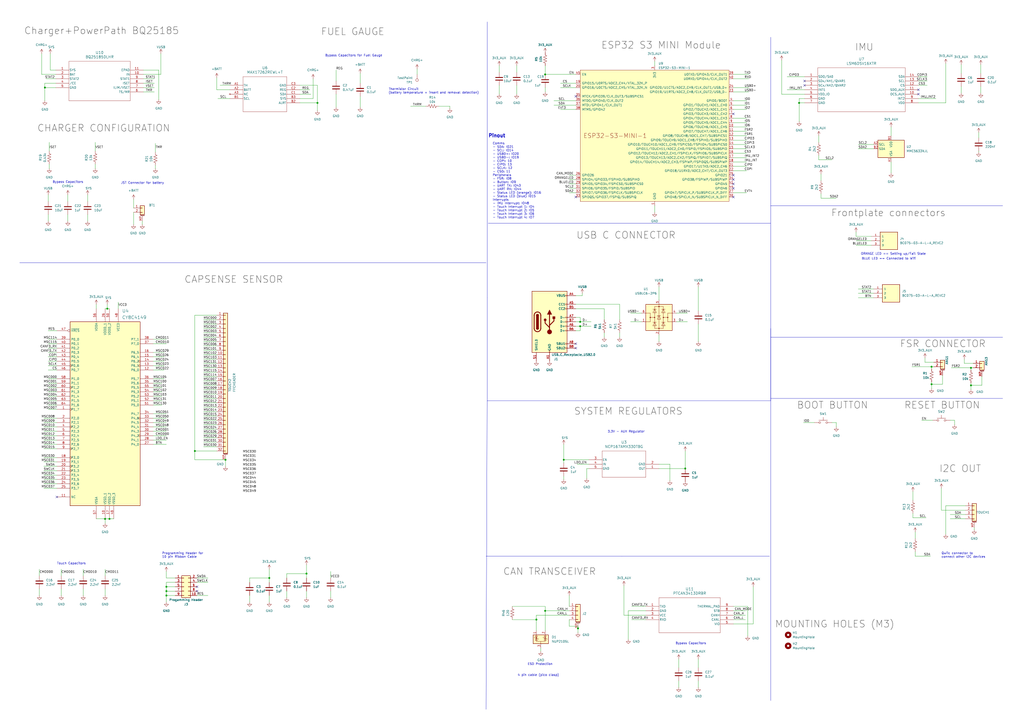
<source format=kicad_sch>
(kicad_sch (version 20231120) (generator "eeschema") (generator_version "8.0")
  (paper "A2")
  (title_block (title "Custom T-Stick Board") (date "2023-09") (rev "0.0.2") (company "Albert Niyonsenga"))
  (junction (at 177.8 332.74))
  (junction (at 156.21 335.28))
  (junction (at 540.385 212.725))
  (junction (at 96.52 342.9))
  (junction (at 62.23 179.07))
  (junction (at 336.55 189.23))
  (junction (at 327.025 266.7))
  (junction (at 113.03 261.62))
  (junction (at 397.51 271.78))
  (junction (at 335.28 364.49))
  (junction (at 60.96 300.99))
  (junction (at 563.245 223.52))
  (junction (at 563.245 213.36))
  (junction (at 184.15 59.69))
  (junction (at 96.52 345.44))
  (junction (at 96.52 340.36))
  (junction (at 130.81 266.7))
  (junction (at 316.23 43.18))
  (junction (at 540.385 222.885))
  (junction (at 63.5 300.99))
  (junction (at 336.55 186.69))
  (junction (at 463.55 59.69))
  (junction (at 316.23 354.33))
  (junction (at 26.035 50.8))
  (junction (at 311.15 359.41))
  (no_connect (at 532.765 52.07))
  (no_connect (at 466.725 46.99))
  (no_connect (at 334.01 55.88))
  (no_connect (at 425.45 106.68))
  (no_connect (at 114.3 342.9))
  (no_connect (at 532.765 54.61))
  (no_connect (at 334.01 114.3))
  (no_connect (at 425.45 114.3))
  (no_connect (at 425.45 66.04))
  (no_connect (at 466.725 49.53))
  (no_connect (at 425.45 109.22))
  (no_connect (at 114.3 340.36))
  (no_connect (at 425.45 104.14))
  (no_connect (at 33.02 288.29))
  (no_connect (at 425.45 101.6))
  (no_connect (at 334.01 199.39))
  (no_connect (at 334.01 201.93))
  (wire (pts (xy 33.02 229.87) (xy 27.94 229.87)))
  (wire (pts (xy 336.55 184.15) (xy 336.55 186.69)))
  (wire (pts (xy 330.2 109.22) (xy 334.01 109.22)))
  (wire (pts (xy 241.935 43.18) (xy 241.935 40.005)))
  (wire (pts (xy 313.69 375.92) (xy 313.69 377.825)))
  (wire (pts (xy 425.45 78.74) (xy 433.07 78.74)))
  (wire (pts (xy 177.8 342.9) (xy 177.8 346.71)))
  (wire (pts (xy 33.02 265.43) (xy 25.4 265.43)))
  (wire (pts (xy 33.02 232.41) (xy 27.94 232.41)))
  (wire (pts (xy 330.2 101.6) (xy 334.01 101.6)))
  (wire (pts (xy 118.11 246.38) (xy 125.73 246.38)))
  (wire (pts (xy 341.63 271.78) (xy 340.36 271.78)))
  (wire (pts (xy 563.245 213.36) (xy 564.515 213.36)))
  (wire (pts (xy 101.6 335.28) (xy 96.52 335.28)))
  (polyline (pts (xy 447.04 190.5) (xy 447.04 232.41)))
  (wire (pts (xy 316.23 50.8) (xy 316.23 53.34)))
  (wire (pts (xy 551.815 213.36) (xy 563.245 213.36)))
  (wire (pts (xy 88.9 245.11) (xy 96.52 245.11)))
  (wire (pts (xy 33.02 278.13) (xy 25.4 278.13)))
  (wire (pts (xy 476.25 112.395) (xy 476.25 114.935)))
  (polyline (pts (xy 281.94 411.48) (xy 282.575 232.41)))
  (wire (pts (xy 55.245 97.79) (xy 55.245 95.25)))
  (wire (pts (xy 118.11 248.92) (xy 125.73 248.92)))
  (wire (pts (xy 118.11 254) (xy 125.73 254)))
  (wire (pts (xy 299.72 38.1) (xy 299.72 41.91)))
  (wire (pts (xy 392.43 181.61) (xy 398.78 181.61)))
  (wire (pts (xy 476.25 114.935) (xy 485.14 114.935)))
  (wire (pts (xy 208.915 42.545) (xy 208.915 48.26)))
  (wire (pts (xy 311.15 356.87) (xy 330.2 356.87)))
  (wire (pts (xy 184.15 49.53) (xy 184.15 59.69)))
  (wire (pts (xy 88.9 229.87) (xy 93.98 229.87)))
  (wire (pts (xy 456.565 52.07) (xy 466.725 52.07)))
  (wire (pts (xy 26.035 48.26) (xy 26.035 50.8)))
  (wire (pts (xy 456.565 44.45) (xy 466.725 44.45)))
  (wire (pts (xy 548.64 36.83) (xy 548.64 59.69)))
  (wire (pts (xy 27.94 128.27) (xy 27.94 124.46)))
  (wire (pts (xy 33.02 283.21) (xy 25.4 283.21)))
  (wire (pts (xy 379.73 35.56) (xy 379.73 38.1)))
  (wire (pts (xy 260.985 61.595) (xy 260.985 62.865)))
  (wire (pts (xy 425.45 76.2) (xy 433.07 76.2)))
  (wire (pts (xy 28.575 97.79) (xy 28.575 95.25)))
  (wire (pts (xy 125.73 45.085) (xy 125.73 52.07)))
  (wire (pts (xy 33.02 257.81) (xy 25.4 257.81)))
  (wire (pts (xy 60.96 341.63) (xy 60.96 345.44)))
  (wire (pts (xy 33.02 250.19) (xy 25.4 250.19)))
  (wire (pts (xy 88.9 255.27) (xy 96.52 255.27)))
  (wire (pts (xy 532.765 44.45) (xy 537.845 44.45)))
  (wire (pts (xy 83.185 48.26) (xy 89.535 48.26)))
  (wire (pts (xy 321.31 60.96) (xy 334.01 60.96)))
  (wire (pts (xy 60.96 330.2) (xy 60.96 334.01)))
  (wire (pts (xy 33.02 252.73) (xy 25.4 252.73)))
  (wire (pts (xy 118.11 213.36) (xy 125.73 213.36)))
  (wire (pts (xy 397.51 261.62) (xy 397.51 271.78)))
  (wire (pts (xy 393.7 394.97) (xy 393.7 398.78)))
  (wire (pts (xy 361.95 339.725) (xy 361.95 356.87)))
  (wire (pts (xy 77.47 123.19) (xy 77.47 130.175)))
  (polyline (pts (xy 282.575 232.41) (xy 361.315 232.41)))
  (wire (pts (xy 327.025 266.7) (xy 327.025 268.605)))
  (wire (pts (xy 382.27 269.24) (xy 388.62 269.24)))
  (wire (pts (xy 194.945 54.61) (xy 194.945 62.23)))
  (wire (pts (xy 330.2 363.22) (xy 335.28 363.22)))
  (wire (pts (xy 33.02 201.93) (xy 27.94 201.93)))
  (wire (pts (xy 425.45 111.76) (xy 433.07 111.76)))
  (polyline (pts (xy 282.575 172.72) (xy 282.575 232.41)))
  (wire (pts (xy 563.245 223.52) (xy 569.595 223.52)))
  (wire (pts (xy 337.82 170.18) (xy 337.82 171.45)))
  (wire (pts (xy 88.9 232.41) (xy 93.98 232.41)))
  (wire (pts (xy 297.18 351.79) (xy 316.23 351.79)))
  (wire (pts (xy 33.02 242.57) (xy 25.4 242.57)))
  (wire (pts (xy 336.55 191.77) (xy 336.55 189.23)))
  (wire (pts (xy 62.23 176.53) (xy 62.23 179.07)))
  (wire (pts (xy 553.72 243.84) (xy 553.72 246.38)))
  (wire (pts (xy 29.21 31.115) (xy 29.21 40.64)))
  (wire (pts (xy 83.185 53.34) (xy 89.535 53.34)))
  (wire (pts (xy 425.45 88.9) (xy 433.07 88.9)))
  (wire (pts (xy 330.2 104.14) (xy 334.01 104.14)))
  (wire (pts (xy 118.11 193.04) (xy 125.73 193.04)))
  (wire (pts (xy 534.67 243.84) (xy 541.02 243.84)))
  (wire (pts (xy 382.27 194.31) (xy 382.27 198.12)))
  (wire (pts (xy 551.18 243.84) (xy 553.72 243.84)))
  (wire (pts (xy 50.8 113.03) (xy 50.8 116.84)))
  (wire (pts (xy 33.02 212.09) (xy 27.94 212.09)))
  (wire (pts (xy 425.45 86.36) (xy 433.07 86.36)))
  (wire (pts (xy 393.7 382.27) (xy 393.7 387.35)))
  (wire (pts (xy 530.86 320.04) (xy 530.86 322.58)))
  (wire (pts (xy 568.96 37.465) (xy 568.96 42.545)))
  (wire (pts (xy 28.575 82.55) (xy 28.575 87.63)))
  (wire (pts (xy 33.02 270.51) (xy 25.4 270.51)))
  (wire (pts (xy 536.575 207.645) (xy 536.575 210.185)))
  (wire (pts (xy 60.96 300.99) (xy 63.5 300.99)))
  (wire (pts (xy 540.385 212.725) (xy 541.655 212.725)))
  (wire (pts (xy 33.02 280.67) (xy 25.4 280.67)))
  (wire (pts (xy 425.45 83.82) (xy 433.07 83.82)))
  (wire (pts (xy 62.23 179.07) (xy 63.5 179.07)))
  (wire (pts (xy 50.8 128.27) (xy 50.8 124.46)))
  (wire (pts (xy 33.02 196.85) (xy 27.94 196.85)))
  (wire (pts (xy 557.53 37.465) (xy 557.53 42.545)))
  (wire (pts (xy 96.52 340.36) (xy 96.52 337.82)))
  (wire (pts (xy 560.07 298.45) (xy 551.18 298.45)))
  (wire (pts (xy 364.49 354.33) (xy 364.49 370.84)))
  (wire (pts (xy 289.56 38.1) (xy 289.56 41.91)))
  (wire (pts (xy 118.11 236.22) (xy 125.73 236.22)))
  (wire (pts (xy 299.72 49.53) (xy 299.72 54.61)))
  (wire (pts (xy 208.915 55.88) (xy 208.915 62.23)))
  (wire (pts (xy 113.03 266.7) (xy 130.81 266.7)))
  (wire (pts (xy 546.735 217.805) (xy 546.735 222.885)))
  (wire (pts (xy 118.11 218.44) (xy 125.73 218.44)))
  (wire (pts (xy 118.11 243.84) (xy 125.73 243.84)))
  (wire (pts (xy 96.52 342.9) (xy 96.52 340.36)))
  (wire (pts (xy 33.02 227.33) (xy 27.94 227.33)))
  (wire (pts (xy 559.435 210.82) (xy 564.515 210.82)))
  (wire (pts (xy 39.37 113.03) (xy 39.37 116.84)))
  (wire (pts (xy 24.13 31.115) (xy 24.13 43.18)))
  (wire (pts (xy 125.73 210.82) (xy 118.11 210.82)))
  (wire (pts (xy 425.45 96.52) (xy 433.07 96.52)))
  (wire (pts (xy 92.075 40.64) (xy 92.075 57.785)))
  (wire (pts (xy 497.84 86.36) (xy 506.73 86.36)))
  (wire (pts (xy 405.13 382.27) (xy 405.13 387.35)))
  (wire (pts (xy 516.89 93.98) (xy 516.89 100.33)))
  (wire (pts (xy 88.9 234.95) (xy 93.98 234.95)))
  (wire (pts (xy 327.025 257.81) (xy 327.025 266.7)))
  (wire (pts (xy 118.11 231.14) (xy 125.73 231.14)))
  (wire (pts (xy 33.02 204.47) (xy 27.94 204.47)))
  (wire (pts (xy 540.385 222.885) (xy 540.385 225.425)))
  (wire (pts (xy 334.01 171.45) (xy 337.82 171.45)))
  (wire (pts (xy 101.6 340.36) (xy 96.52 340.36)))
  (wire (pts (xy 88.9 252.73) (xy 96.52 252.73)))
  (wire (pts (xy 334.01 191.77) (xy 336.55 191.77)))
  (wire (pts (xy 325.12 48.26) (xy 334.01 48.26)))
  (wire (pts (xy 27.94 113.03) (xy 27.94 116.84)))
  (wire (pts (xy 529.59 300.355) (xy 529.59 297.815)))
  (wire (pts (xy 530.86 322.58) (xy 539.75 322.58)))
  (wire (pts (xy 529.59 290.195) (xy 529.59 285.115)))
  (wire (pts (xy 334.01 184.15) (xy 336.55 184.15)))
  (wire (pts (xy 330.2 345.44) (xy 330.2 351.79)))
  (polyline (pts (xy 360.68 322.58) (xy 446.405 322.58)))
  (wire (pts (xy 560.07 300.99) (xy 551.18 300.99)))
  (wire (pts (xy 453.39 54.61) (xy 466.725 54.61)))
  (wire (pts (xy 118.11 215.9) (xy 125.73 215.9)))
  (wire (pts (xy 173.99 52.07) (xy 179.705 52.07)))
  (wire (pts (xy 482.6 245.11) (xy 485.14 245.11)))
  (wire (pts (xy 88.9 199.39) (xy 96.52 199.39)))
  (wire (pts (xy 166.37 342.9) (xy 166.37 346.71)))
  (wire (pts (xy 361.95 356.87) (xy 374.65 356.87)))
  (wire (pts (xy 321.31 58.42) (xy 334.01 58.42)))
  (wire (pts (xy 118.11 185.42) (xy 125.73 185.42)))
  (wire (pts (xy 166.37 335.28) (xy 166.37 332.74)))
  (wire (pts (xy 68.58 175.26) (xy 68.58 179.07)))
  (wire (pts (xy 327.025 266.7) (xy 341.63 266.7)))
  (wire (pts (xy 22.86 330.2) (xy 22.86 334.01)))
  (wire (pts (xy 118.11 198.12) (xy 125.73 198.12)))
  (wire (pts (xy 101.6 342.9) (xy 96.52 342.9)))
  (wire (pts (xy 55.245 82.55) (xy 55.245 87.63)))
  (wire (pts (xy 540.385 212.725) (xy 540.385 213.995)))
  (wire (pts (xy 563.245 223.52) (xy 563.245 226.06)))
  (wire (pts (xy 476.25 104.775) (xy 476.25 100.965)))
  (wire (pts (xy 536.575 210.185) (xy 541.655 210.185)))
  (wire (pts (xy 177.8 327.66) (xy 177.8 332.74)))
  (wire (pts (xy 497.84 83.82) (xy 506.73 83.82)))
  (wire (pts (xy 425.45 81.28) (xy 433.07 81.28)))
  (wire (pts (xy 26.035 50.8) (xy 32.385 50.8)))
  (wire (pts (xy 568.96 50.165) (xy 568.96 53.975)))
  (wire (pts (xy 118.11 200.66) (xy 125.73 200.66)))
  (wire (pts (xy 496.57 134.62) (xy 496.57 137.16)))
  (wire (pts (xy 191.77 342.9) (xy 191.77 346.71)))
  (wire (pts (xy 388.62 269.24) (xy 388.62 278.765)))
  (wire (pts (xy 311.15 359.41) (xy 311.15 365.76)))
  (wire (pts (xy 336.55 189.23) (xy 342.9 189.23)))
  (wire (pts (xy 191.77 331.47) (xy 191.77 335.28)))
  (wire (pts (xy 496.57 139.7) (xy 505.46 139.7)))
  (wire (pts (xy 35.56 330.2) (xy 35.56 334.01)))
  (wire (pts (xy 334.01 176.53) (xy 359.41 176.53)))
  (wire (pts (xy 88.9 257.81) (xy 96.52 257.81)))
  (wire (pts (xy 532.765 46.99) (xy 537.845 46.99)))
  (wire (pts (xy 118.11 187.96) (xy 125.73 187.96)))
  (wire (pts (xy 436.88 340.36) (xy 436.88 361.95)))
  (wire (pts (xy 126.365 57.15) (xy 133.35 57.15)))
  (wire (pts (xy 35.56 341.63) (xy 35.56 345.44)))
  (wire (pts (xy 83.185 50.8) (xy 89.535 50.8)))
  (wire (pts (xy 565.15 307.34) (xy 565.15 306.07)))
  (wire (pts (xy 334.01 43.18) (xy 316.23 43.18)))
  (polyline (pts (xy 447.04 231.14) (xy 581.66 231.14)))
  (wire (pts (xy 113.03 261.62) (xy 113.03 266.7)))
  (wire (pts (xy 90.17 95.885) (xy 90.17 97.79)))
  (wire (pts (xy 125.73 205.74) (xy 118.11 205.74)))
  (wire (pts (xy 238.125 61.595) (xy 247.015 61.595)))
  (wire (pts (xy 33.02 234.95) (xy 27.94 234.95)))
  (wire (pts (xy 88.9 214.63) (xy 95.25 214.63)))
  (wire (pts (xy 359.41 176.53) (xy 359.41 185.42)))
  (wire (pts (xy 113.03 261.62) (xy 125.73 261.62)))
  (wire (pts (xy 125.73 182.88) (xy 113.03 182.88)))
  (wire (pts (xy 156.21 330.2) (xy 156.21 335.28)))
  (polyline (pts (xy 447.04 21.59) (xy 447.04 119.38)))
  (wire (pts (xy 90.17 83.185) (xy 90.17 88.265)))
  (wire (pts (xy 425.45 73.66) (xy 433.07 73.66)))
  (wire (pts (xy 382.27 166.37) (xy 382.27 173.99)))
  (wire (pts (xy 63.5 300.99) (xy 66.04 300.99)))
  (wire (pts (xy 156.21 345.44) (xy 156.21 349.25)))
  (wire (pts (xy 505.46 137.16) (xy 496.57 137.16)))
  (wire (pts (xy 88.9 207.01) (xy 95.25 207.01)))
  (wire (pts (xy 173.99 54.61) (xy 180.34 54.61)))
  (wire (pts (xy 144.78 335.28) (xy 156.21 335.28)))
  (wire (pts (xy 83.185 43.18) (xy 93.345 43.18)))
  (wire (pts (xy 118.11 238.76) (xy 125.73 238.76)))
  (polyline (pts (xy 283.21 129.54) (xy 447.04 129.54)))
  (wire (pts (xy 334.01 189.23) (xy 336.55 189.23)))
  (wire (pts (xy 366.395 351.79) (xy 374.65 351.79)))
  (wire (pts (xy 118.11 203.2) (xy 125.73 203.2)))
  (wire (pts (xy 497.84 170.18) (xy 506.73 170.18)))
  (wire (pts (xy 33.02 275.59) (xy 25.4 275.59)))
  (wire (pts (xy 118.11 226.06) (xy 125.73 226.06)))
  (wire (pts (xy 330.2 359.41) (xy 330.2 363.22)))
  (wire (pts (xy 33.02 199.39) (xy 27.94 199.39)))
  (wire (pts (xy 425.45 91.44) (xy 433.07 91.44)))
  (wire (pts (xy 382.27 271.78) (xy 397.51 271.78)))
  (wire (pts (xy 118.11 223.52) (xy 125.73 223.52)))
  (wire (pts (xy 289.56 49.53) (xy 289.56 54.61)))
  (polyline (pts (xy 282.575 12.7) (xy 282.575 172.72)))
  (wire (pts (xy 33.02 273.05) (xy 25.4 273.05)))
  (wire (pts (xy 96.52 345.44) (xy 96.52 342.9)))
  (wire (pts (xy 532.765 57.15) (xy 542.925 57.15)))
  (wire (pts (xy 325.12 50.8) (xy 334.01 50.8)))
  (wire (pts (xy 563.245 213.36) (xy 563.245 214.63)))
  (wire (pts (xy 88.9 242.57) (xy 96.52 242.57)))
  (wire (pts (xy 118.11 233.68) (xy 125.73 233.68)))
  (wire (pts (xy 474.98 92.71) (xy 474.98 90.17)))
  (wire (pts (xy 528.955 212.725) (xy 540.385 212.725)))
  (wire (pts (xy 181.61 45.72) (xy 181.61 57.15)))
  (polyline (pts (xy 447.04 119.38) (xy 581.66 119.38)))
  (wire (pts (xy 22.86 341.63) (xy 22.86 345.44)))
  (wire (pts (xy 425.45 68.58) (xy 433.07 68.58)))
  (wire (pts (xy 32.385 43.18) (xy 24.13 43.18)))
  (wire (pts (xy 26.67 45.72) (xy 32.385 45.72)))
  (wire (pts (xy 374.65 354.33) (xy 364.49 354.33)))
  (wire (pts (xy 530.86 312.42) (xy 530.86 308.61)))
  (wire (pts (xy 569.595 218.44) (xy 569.595 223.52)))
  (wire (pts (xy 33.02 255.27) (xy 25.4 255.27)))
  (wire (pts (xy 39.37 128.27) (xy 39.37 124.46)))
  (wire (pts (xy 55.88 300.99) (xy 60.96 300.99)))
  (wire (pts (xy 325.12 63.5) (xy 334.01 63.5)))
  (wire (pts (xy 350.52 179.07) (xy 350.52 185.42)))
  (wire (pts (xy 425.45 71.12) (xy 433.07 71.12)))
  (wire (pts (xy 33.02 237.49) (xy 27.94 237.49)))
  (wire (pts (xy 336.55 186.69) (xy 342.9 186.69)))
  (wire (pts (xy 335.28 367.03) (xy 335.28 364.49)))
  (wire (pts (xy 425.45 99.06) (xy 433.07 99.06)))
  (wire (pts (xy 33.02 245.11) (xy 25.4 245.11)))
  (wire (pts (xy 330.2 111.76) (xy 334.01 111.76)))
  (wire (pts (xy 88.9 227.33) (xy 93.98 227.33)))
  (wire (pts (xy 130.81 270.51) (xy 130.81 266.7)))
  (wire (pts (xy 118.11 195.58) (xy 125.73 195.58)))
  (wire (pts (xy 101.6 345.44) (xy 96.52 345.44)))
  (wire (pts (xy 118.11 241.3) (xy 125.73 241.3)))
  (polyline (pts (xy 447.04 119.38) (xy 447.04 406.4)))
  (wire (pts (xy 33.02 247.65) (xy 25.4 247.65)))
  (wire (pts (xy 425.45 359.41) (xy 432.435 359.41)))
  (wire (pts (xy 425.45 50.8) (xy 434.34 50.8)))
  (wire (pts (xy 466.725 59.69) (xy 463.55 59.69)))
  (wire (pts (xy 101.6 337.82) (xy 96.52 337.82)))
  (wire (pts (xy 254.635 61.595) (xy 260.985 61.595)))
  (wire (pts (xy 392.43 186.69) (xy 398.78 186.69)))
  (wire (pts (xy 166.37 332.74) (xy 177.8 332.74)))
  (wire (pts (xy 311.15 356.87) (xy 311.15 359.41)))
  (wire (pts (xy 133.35 52.07) (xy 125.73 52.07)))
  (wire (pts (xy 350.52 193.04) (xy 350.52 195.58)))
  (wire (pts (xy 316.23 351.79) (xy 316.23 354.33)))
  (wire (pts (xy 316.23 38.1) (xy 316.23 43.18)))
  (wire (pts (xy 118.11 259.08) (xy 125.73 259.08)))
  (wire (pts (xy 485.14 245.11) (xy 485.14 247.65)))
  (wire (pts (xy 453.39 34.925) (xy 453.39 54.61)))
  (polyline (pts (xy 11.43 152.4) (xy 281.94 152.4)))
  (wire (pts (xy 118.11 256.54) (xy 125.73 256.54)))
  (wire (pts (xy 32.385 40.64) (xy 29.21 40.64)))
  (wire (pts (xy 425.45 93.98) (xy 433.07 93.98)))
  (wire (pts (xy 532.765 59.69) (xy 548.64 59.69)))
  (wire (pts (xy 567.69 87.63) (xy 567.69 88.265)))
  (wire (pts (xy 173.99 57.15) (xy 181.61 57.15)))
  (wire (pts (xy 88.9 212.09) (xy 95.25 212.09)))
  (wire (pts (xy 433.705 351.79) (xy 433.705 368.935)))
  (wire (pts (xy 83.185 40.64) (xy 92.075 40.64)))
  (wire (pts (xy 184.15 59.69) (xy 184.15 64.135)))
  (wire (pts (xy 557.53 50.165) (xy 557.53 53.975)))
  (wire (pts (xy 77.47 115.57) (xy 77.47 120.65)))
  (wire (pts (xy 33.02 267.97) (xy 25.4 267.97)))
  (wire (pts (xy 48.26 341.63) (xy 48.26 345.44)))
  (wire (pts (xy 144.78 337.82) (xy 144.78 335.28)))
  (wire (pts (xy 156.21 335.28) (xy 156.21 337.82)))
  (polyline (pts (xy 281.94 322.58) (xy 360.68 322.58)))
  (wire (pts (xy 60.96 303.53) (xy 60.96 300.99)))
  (wire (pts (xy 93.345 31.115) (xy 93.345 43.18)))
  (wire (pts (xy 118.11 251.46) (xy 125.73 251.46)))
  (wire (pts (xy 82.55 130.175) (xy 82.55 128.27)))
  (wire (pts (xy 341.63 269.24) (xy 334.645 269.24)))
  (polyline (pts (xy 447.04 195.58) (xy 581.66 195.58)))
  (wire (pts (xy 425.45 351.79) (xy 433.705 351.79)))
  (wire (pts (xy 118.11 220.98) (xy 125.73 220.98)))
  (wire (pts (xy 48.26 330.2) (xy 48.26 334.01)))
  (wire (pts (xy 114.3 337.82) (xy 120.65 337.82)))
  (wire (pts (xy 425.45 58.42) (xy 433.07 58.42)))
  (wire (pts (xy 330.2 106.68) (xy 334.01 106.68)))
  (wire (pts (xy 60.96 179.07) (xy 62.23 179.07)))
  (wire (pts (xy 425.45 356.87) (xy 432.435 356.87)))
  (wire (pts (xy 88.9 209.55) (xy 95.25 209.55)))
  (wire (pts (xy 425.45 354.33) (xy 432.435 354.33)))
  (wire (pts (xy 114.3 345.44) (xy 120.65 345.44)))
  (wire (pts (xy 463.55 57.15) (xy 463.55 59.69)))
  (wire (pts (xy 173.99 59.69) (xy 184.15 59.69)))
  (wire (pts (xy 405.13 187.96) (xy 405.13 198.12)))
  (wire (pts (xy 405.13 394.97) (xy 405.13 398.78)))
  (wire (pts (xy 316.23 354.33) (xy 316.23 365.76)))
  (wire (pts (xy 563.245 222.25) (xy 563.245 223.52)))
  (wire (pts (xy 335.28 363.22) (xy 335.28 364.49)))
  (wire (pts (xy 125.73 208.28) (xy 118.11 208.28)))
  (wire (pts (xy 546.1 283.21) (xy 546.1 295.91)))
  (wire (pts (xy 425.45 53.34) (xy 434.34 53.34)))
  (wire (pts (xy 474.98 78.74) (xy 474.98 82.55)))
  (wire (pts (xy 144.78 345.44) (xy 144.78 349.25)))
  (wire (pts (xy 425.45 43.18) (xy 434.34 43.18)))
  (wire (pts (xy 127.635 49.53) (xy 133.35 49.53)))
  (wire (pts (xy 466.725 57.15) (xy 463.55 57.15)))
  (wire (pts (xy 559.435 208.28) (xy 559.435 210.82)))
  (wire (pts (xy 316.23 354.33) (xy 330.2 354.33)))
  (wire (pts (xy 88.9 196.85) (xy 96.52 196.85)))
  (wire (pts (xy 327.025 276.225) (xy 327.025 278.13)))
  (wire (pts (xy 88.9 247.65) (xy 96.52 247.65)))
  (wire (pts (xy 532.765 49.53) (xy 537.845 49.53)))
  (wire (pts (xy 466.09 245.11) (xy 472.44 245.11)))
  (wire (pts (xy 55.88 176.53) (xy 55.88 179.07)))
  (wire (pts (xy 366.395 359.41) (xy 374.65 359.41)))
  (wire (pts (xy 297.18 359.41) (xy 311.15 359.41)))
  (wire (pts (xy 173.99 49.53) (xy 184.15 49.53)))
  (wire (pts (xy 33.02 219.71) (xy 27.94 219.71)))
  (wire (pts (xy 497.84 167.64) (xy 506.73 167.64)))
  (wire (pts (xy 88.9 222.25) (xy 93.98 222.25)))
  (wire (pts (xy 88.9 250.19) (xy 96.52 250.19)))
  (wire (pts (xy 33.02 207.01) (xy 27.94 207.01)))
  (wire (pts (xy 33.02 224.79) (xy 27.94 224.79)))
  (wire (pts (xy 560.07 293.37) (xy 548.64 293.37)))
  (wire (pts (xy 88.9 240.03) (xy 96.52 240.03)))
  (wire (pts (xy 548.64 293.37) (xy 548.64 309.88)))
  (wire (pts (xy 113.03 182.88) (xy 113.03 261.62)))
  (wire (pts (xy 96.52 345.44) (xy 96.52 349.25)))
  (wire (pts (xy 496.57 142.24) (xy 505.46 142.24)))
  (polyline (pts (xy 361.315 232.41) (xy 447.04 232.41)))
  (wire (pts (xy 359.41 193.04) (xy 359.41 195.58)))
  (wire (pts (xy 497.84 172.72) (xy 506.73 172.72)))
  (wire (pts (xy 516.89 73.66) (xy 516.89 78.74)))
  (wire (pts (xy 33.02 222.25) (xy 27.94 222.25)))
  (wire (pts (xy 425.45 60.96) (xy 433.07 60.96)))
  (wire (pts (xy 88.9 219.71) (xy 95.25 219.71)))
  (wire (pts (xy 540.385 221.615) (xy 540.385 222.885)))
  (wire (pts (xy 405.13 166.37) (xy 405.13 180.34)))
  (wire (pts (xy 33.02 209.55) (xy 27.94 209.55)))
  (wire (pts (xy 96.52 335.28) (xy 96.52 331.47)))
  (wire (pts (xy 379.73 123.19) (xy 379.73 119.38)))
  (wire (pts (xy 120.65 335.28) (xy 114.3 335.28)))
  (wire (pts (xy 463.55 59.69) (xy 463.55 70.485)))
  (wire (pts (xy 425.45 45.72) (xy 434.34 45.72)))
  (wire (pts (xy 177.8 332.74) (xy 177.8 335.28)))
  (wire (pts (xy 26.035 48.26) (xy 32.385 48.26)))
  (wire (pts (xy 118.11 190.5) (xy 125.73 190.5)))
  (wire (pts (xy 26.035 50.8) (xy 26.035 58.42)))
  (wire (pts (xy 334.01 186.69) (xy 336.55 186.69)))
  (wire (pts (xy 83.185 45.72) (xy 89.535 45.72)))
  (wire (pts (xy 25.4 260.35) (xy 33.02 260.35)))
  (wire (pts (xy 372.11 181.61) (xy 365.76 181.61)))
  (wire (pts (xy 529.59 300.355) (xy 537.21 300.355)))
  (wire (pts (xy 118.11 228.6) (xy 125.73 228.6)))
  (wire (pts (xy 27.94 191.77) (xy 33.02 191.77)))
  (wire (pts (xy 372.11 186.69) (xy 365.76 186.69)))
  (wire (pts (xy 425.45 361.95) (xy 436.88 361.95)))
  (wire (pts (xy 474.98 92.71) (xy 482.6 92.71)))
  (wire (pts (xy 194.945 40.64) (xy 194.945 46.99)))
  (wire (pts (xy 88.9 224.79) (xy 93.98 224.79)))
  (wire (pts (xy 540.385 222.885) (xy 546.735 222.885)))
  (wire (pts (xy 560.07 295.91) (xy 546.1 295.91)))
  (wire (pts (xy 567.69 76.835) (xy 567.69 80.01)))
  (wire (pts (xy 340.36 271.78) (xy 340.36 277.495)))
  (wire (pts (xy 88.9 204.47) (xy 95.25 204.47)))
  (wire (pts (xy 33.02 214.63) (xy 27.94 214.63)))
  (wire (pts (xy 425.45 63.5) (xy 433.07 63.5)))
  (wire (pts (xy 334.01 179.07) (xy 350.52 179.07)))
  (text "USB C CONNECTOR" (at 334.264 138.938 0) (effects (font (size 4 4)) (justify left bottom)))
  (text "Comms\n- SDA: IO21\n- SCL: IO14\n- USBD+: IO20\n- USBD-: IO19\n- COPI: 10\n- CIPO: 13\n- SCLK: 12\n- CS0: 11\nPeripherals\n- FSR: IO8\n- Button: IO9\n- UART TX: IO43\n- UART RX: IO44\n- Status LED (orange): IO16\n- Status LED (blue) I015\nInterrupts\n- IMU Interrupt: IO48\n- Touch Interrupt 1: IO4\n- Touch Interrupt 2: IO5\n- Touch Interrupt 3: IO6\n- Touch Interrupt 4: IO7" (at 285.75 127 0) (effects (font (size 1.27 1.27)) (justify left bottom)))
  (text "Qwiic connector to \nconnect other I2C devices" (at 546.1 323.85 0) (effects (font (size 1.27 1.27)) (justify left bottom)))
  (text "FUEL GAUGE" (at 186.182 20.828 0) (effects (font (size 4 4)) (justify left bottom)))
  (text "FSR CONNECTOR" (at 521.97 201.93 0) (effects (font (size 4 4)) (justify left bottom)))
  (text "Thermistor Circuit\n(battery temperature + insert and removal detection)" (at 225.425 54.61 0) (effects (font (size 1.27 1.27)) (justify left bottom)))
  (text "Programming Header for \n10 pin Ribbon Cable" (at 93.98 323.85 0) (effects (font (size 1.27 1.27)) (justify left bottom)))
  (text "JST Connector for battery\n" (at 70.104 106.934 0) (effects (font (size 1.27 1.27)) (justify left bottom)))
  (text "IMU" (at 495.935 29.845 0) (effects (font (size 4 4)) (justify left bottom)))
  (text "Bypass Capacitors" (at 391.795 374.015 0) (effects (font (size 1.27 1.27)) (justify left bottom)))
  (text "Charger+PowerPath BQ25185" (at 13.97 20.32 0) (effects (font (size 4 4)) (justify left bottom)))
  (text "I2C OUT" (at 544.83 274.32 0) (effects (font (size 4 4)) (justify left bottom)))
  (text "CHARGER CONFIGURATION" (at 21.59 76.835 0) (effects (font (size 4 4)) (justify left bottom)))
  (text "Bypass Capacitors\n\n\n" (at 30.48 110.49 0) (effects (font (size 1.27 1.27)) (justify left bottom)))
  (text "Bypass Capacitors for Fuel Gauge" (at 188.595 33.02 0) (effects (font (size 1.27 1.27)) (justify left bottom)))
  (text "SYSTEM REGULATORS" (at 332.994 241.046 0) (effects (font (size 4 4)) (justify left bottom)))
  (text "BLUE LED == Connected to Wifi" (at 499.872 150.876 0) (effects (font (size 1.27 1.27)) (justify left bottom)))
  (text "3.3V - AUX Regulator\n\n\n" (at 352.425 255.27 0) (effects (font (size 1.27 1.27)) (justify left bottom)))
  (text "ESP32 S3 MINI Module" (at 348.742 28.702 0) (effects (font (size 4 4)) (justify left bottom)))
  (text "MOUNTING HOLES (M3)" (at 449.58 364.49 0) (effects (font (size 4 4)) (justify left bottom)))
  (text "ESD Protection" (at 306.07 386.08 0) (effects (font (size 1.27 1.27)) (justify left bottom)))
  (text "4 pin cable (pico clasp)" (at 300.228 392.43 0) (effects (font (size 1.27 1.27)) (justify left bottom)))
  (text "BOOT BUTTON" (at 462.28 237.49 0) (effects (font (size 4 4)) (justify left bottom)))
  (text "Pinout" (at 283.21 80.01 0) (effects (font (size 2 2) (thickness 0.4) (bold yes)) (justify left bottom)))
  (text "Frontplate connectors" (at 515.366 125.984 0) (effects (font (size 4 4)) (justify bottom)))
  (text "RESET BUTTON" (at 524.51 237.49 0) (effects (font (size 4 4)) (justify left bottom)))
  (text "Touch Capacitors" (at 33.02 327.66 0) (effects (font (size 1.27 1.27)) (justify left bottom)))
  (text "ORANGE LED == Setting up/Fail State" (at 499.364 148.082 0) (effects (font (size 1.27 1.27)) (justify left bottom)))
  (text "CAN TRANSCEIVER" (at 291.846 334.01 0) (effects (font (size 4 4)) (justify left bottom)))
  (text "CAPSENSE SENSOR" (at 106.934 164.592 0) (effects (font (size 4 4)) (justify left bottom)))
  (label "MSC131" (at 88.9 232.41 0))
  (label "CAN_L" (at 323.215 356.87 0))
  (label "MSC005" (at 125.73 198.12 180))
  (label "MSC023" (at 90.17 212.09 0))
  (label "RES" (at 27.94 191.77 0))
  (label "MSC049" (at 148.59 285.75 180))
  (label "MSC035" (at 148.59 270.51 180))
  (label "IMU_INT2" (at 534.035 57.15 0))
  (label "CS" (at 326.39 48.26 0))
  (label "MSC036" (at 148.59 273.05 180))
  (label "MSC050" (at 90.17 242.57 0))
  (label "EVT3" (at 328.295 63.5 180))
  (label "CMOD01" (at 35.56 332.74 0))
  (label "COPI" (at 33.02 207.01 180))
  (label "COPI3" (at 537.845 44.45 180))
  (label "MSC026" (at 125.73 251.46 180))
  (label "CS3" (at 532.765 49.53 0))
  (label "MSC008" (at 125.73 223.52 180))
  (label "CANFD_RX" (at 33.02 201.93 180))
  (label "SCL" (at 127.635 57.15 0))
  (label "MSC115" (at 125.73 215.9 180))
  (label "SCL" (at 533.4 300.355 0))
  (label "IO0" (at 466.09 245.11 0))
  (label "MSC102" (at 88.9 227.33 0))
  (label "LDO_EN" (at 90.17 255.27 0))
  (label "BLUELED" (at 332.74 106.68 180))
  (label "MSC131" (at 125.73 210.82 180))
  (label "EVT4" (at 431.8 111.76 0))
  (label "SDA" (at 557.53 298.45 180))
  (label "MSC034" (at 148.59 267.97 180))
  (label "CAN_H" (at 425.45 356.87 0))
  (label "CANFD_RX" (at 366.395 359.41 0))
  (label "TMR" (at 90.17 86.36 0))
  (label "TXD" (at 431.8 43.18 0))
  (label "CMOD10" (at 48.26 332.74 0))
  (label "SDA2" (at 502.92 86.36 180))
  (label "SCLK" (at 33.02 212.09 180))
  (label "TMR" (at 84.455 53.34 0))
  (label "CMOD00" (at 22.86 332.74 0))
  (label "SCLK3" (at 431.8 86.36 0))
  (label "MSC114" (at 33.02 196.85 180))
  (label "MSC022" (at 90.17 214.63 0))
  (label "FSR2" (at 431.8 76.2 0))
  (label "MSC002" (at 33.02 224.79 180))
  (label "MSC004" (at 125.73 195.58 180))
  (label "CIPO3" (at 463.55 44.45 180))
  (label "SDA" (at 175.26 54.61 0))
  (label "MSC049" (at 90.17 245.11 0))
  (label "MSC037" (at 148.59 275.59 180))
  (label "CIPO" (at 431.8 96.52 0))
  (label "MSC048" (at 148.59 283.21 180))
  (label "USBD-" (at 370.84 181.61 180))
  (label "MSC006" (at 33.02 234.95 180))
  (label "CIPO" (at 33.02 209.55 180))
  (label "MSC030" (at 148.59 262.89 180))
  (label "CS1" (at 431.8 68.58 0))
  (label "MSC013" (at 125.73 236.22 180))
  (label "IO6" (at 431.8 73.66 0))
  (label "CANFD_TX" (at 33.02 204.47 180))
  (label "D-" (at 337.82 186.69 0))
  (label "CIPO3" (at 431.8 81.28 0))
  (label "STAT2" (at 31.75 45.72 180))
  (label "MSC024" (at 125.73 248.92 180))
  (label "SDA2" (at 481.33 114.935 0))
  (label "IO0" (at 431.8 58.42 0))
  (label "MSC002" (at 125.73 190.5 180))
  (label "MSC000" (at 33.02 219.71 180))
  (label "CAN_L" (at 425.45 359.41 0))
  (label "SWDA" (at 31.75 270.51 180))
  (label "MSC011" (at 31.75 250.19 180))
  (label "MSC102" (at 125.73 205.74 180))
  (label "IO5" (at 431.8 71.12 0))
  (label "CMOD00" (at 90.17 252.73 0))
  (label "MSC009" (at 31.75 245.11 180))
  (label "MSC045" (at 148.59 280.67 180))
  (label "MSC031" (at 31.75 267.97 180))
  (label "MSC048" (at 90.17 247.65 0))
  (label "LDO_EN" (at 340.36 269.24 180))
  (label "BTN" (at 90.17 257.81 0))
  (label "SWCLK" (at 31.75 273.05 180))
  (label "SCL2" (at 478.79 92.71 0))
  (label "COPI3" (at 431.8 83.82 0))
  (label "STAT1" (at 84.455 45.72 0))
  (label "IMU_INT2" (at 431.8 91.44 0))
  (label "SDA2" (at 332.74 111.76 180))
  (label "MSC012" (at 125.73 233.68 180))
  (label "MSC037" (at 31.75 283.21 180))
  (label "CMOD10" (at 90.17 199.39 0))
  (label "SCL" (at 327.66 58.42 180))
  (label "MSC034" (at 31.75 275.59 180))
  (label "SCL2" (at 502.92 83.82 180))
  (label "CS" (at 33.02 214.63 180))
  (label "MSC003" (at 33.02 227.33 180))
  (label "COPI" (at 431.8 99.06 0))
  (label "CMOD11" (at 90.17 196.85 0))
  (label "EN" (at 330.2 43.18 0))
  (label "SWCLK" (at 120.65 337.82 180))
  (label "ISET" (at 28.575 86.36 0))
  (label "MSC007" (at 33.02 237.49 180))
  (label "MSC023" (at 125.73 246.38 180))
  (label "IMU_INT" (at 457.835 52.07 0))
  (label "MSC101" (at 125.73 203.2 180))
  (label "RES" (at 118.11 345.44 180))
  (label "MSC031" (at 148.59 265.43 180))
  (label "EN" (at 534.67 243.84 0))
  (label "MSC044" (at 148.59 278.13 180))
  (label "MSC004" (at 33.02 229.87 180))
  (label "MSC009" (at 125.73 226.06 180))
  (label "MSC006" (at 125.73 200.66 180))
  (label "USBD+" (at 431.8 50.8 0))
  (label "FSR1" (at 431.8 78.74 0))
  (label "MSC029" (at 90.17 204.47 0))
  (label "SWDA" (at 119.38 335.28 180))
  (label "MSC008" (at 31.75 242.57 180))
  (label "MSC035" (at 31.75 278.13 180))
  (label "CANFD_TX" (at 366.395 351.79 0))
  (label "MSC031" (at 125.73 256.54 180))
  (label "SCLK" (at 326.39 50.8 0))
  (label "IMU_INT" (at 431.8 93.98 0))
  (label "D+" (at 393.7 186.69 0))
  (label "MSC007" (at 125.73 220.98 180))
  (label "MSC051" (at 90.17 240.03 0))
  (label "SCLK3" (at 537.845 46.99 180))
  (label "CAN_H" (at 323.215 354.33 0))
  (label "VSET" (at 55.245 86.36 0))
  (label "MSC012" (at 31.75 252.73 180))
  (label "D-" (at 370.84 186.69 180))
  (label "MSC030" (at 31.75 265.43 180))
  (label "VCCD" (at 191.77 335.28 0))
  (label "THRM" (at 128.905 49.53 0))
  (label "CMOD11" (at 60.96 332.74 0))
  (label "BLUELED" (at 502.92 142.24 180))
  (label "SDA" (at 535.94 322.58 0))
  (label "RXD" (at 431.8 45.72 0))
  (label "VSET" (at 84.455 50.8 0))
  (label "MSC024" (at 90.17 209.55 0))
  (label "IO2" (at 431.8 63.5 0))
  (label "MSC000" (at 125.73 185.42 180))
  (label "ISET" (at 84.455 48.26 0))
  (label "MSC003" (at 125.73 193.04 180))
  (label "MSC036" (at 31.75 280.67 180))
  (label "STAT2" (at 505.46 167.64 180))
  (label "MSC001" (at 125.73 187.96 180))
  (label "MSC130" (at 88.9 234.95 0))
  (label "REG" (at 175.26 52.07 0))
  (label "ORANGELED" (at 332.74 104.14 180))
  (label "MSC101" (at 88.9 224.79 0))
  (label "MSC029" (at 125.73 254 180))
  (label "MSC030" (at 125.73 259.08 180))
  (label "CS3" (at 431.8 88.9 0))
  (label "USBD+" (at 393.7 181.61 0))
  (label "MSC105" (at 88.9 219.71 0))
  (label "ORANGELED" (at 502.92 139.7 180))
  (label "MSC010" (at 125.73 228.6 180))
  (label "MSC100" (at 88.9 222.25 0))
  (label "MSC015" (at 125.73 241.3 180))
  (label "MSC022" (at 125.73 243.84 180))
  (label "MSC010" (at 31.75 247.65 180))
  (label "CMOD01" (at 90.17 250.19 0))
  (label "MSC005" (at 33.02 232.41 180))
  (label "CAN_MODE" (at 332.74 101.6 180))
  (label "MSC013" (at 31.75 255.27 180))
  (label "MSC115" (at 33.02 199.39 180))
  (label "MSC103" (at 125.73 208.28 180))
  (label "VCCD" (at 68.58 177.8 0))
  (label "D+" (at 337.82 189.23 0))
  (label "USBD-" (at 431.8 53.34 0))
  (label "REG" (at 194.945 40.64 0))
  (label "MSC015" (at 31.75 260.35 180))
  (label "SDA" (at 327.66 60.96 180))
  (label "MSC103" (at 88.9 229.87 0))
  (label "MSC026" (at 90.17 207.01 0))
  (label "CAN_MODE" (at 426.085 354.33 0))
  (label "STAT1" (at 505.46 170.18 180))
  (label "MSC011" (at 125.73 231.14 180))
  (label "THRM" (at 239.395 61.595 0))
  (label "IO1" (at 431.8 60.96 0))
  (label "SCL" (at 557.53 300.99 180))
  (label "MSC014" (at 125.73 238.76 180))
  (label "MSC114" (at 125.73 218.44 180))
  (label "BTN" (at 505.46 172.72 180))
  (label "MSC130" (at 125.73 213.36 180))
  (label "FSR1" (at 534.035 212.725 180))
  (label "SCL2" (at 332.74 109.22 180))
  (label "MSC001" (at 33.02 222.25 180))
  (label "MSC014" (at 31.75 257.81 180))
  (label "FSR2" (at 556.895 213.36 180))
  (symbol (lib_id "Device:R_US") (at 563.245 218.44 0) (unit 1)
    (property "Reference" "R2" (at 558.165 217.17 0) (effects (justify left)))
    (property "Value" "10k" (at 558.165 219.71 0) (effects (justify left)))
    (property "Footprint" "Resistor_SMD:R_0402_1005Metric" (effects (hide yes)))
    (property "Datasheet" "https://industrial.panasonic.com/cdbs/www-data/pdf/RDA0000/AOA0000C304.pdf" (effects (hide yes)))
    (property "Description Value Pkg" "10 kOhms ±1% 0.1W, 1/10W Chip Resistor 0402 (1005 Metric) Automotive AEC-Q200 Thick Film" (effects (hide yes)))
    (property "Mfg Part #" "ERJ-2RKF1002X" (effects (hide yes)))
    (property "Manufacturer" "Panasonic Electronic Components" (effects (hide yes)))
    (property "mpn" "ERJ-2RKF1001X" (effects (hide yes)))
  )
  (symbol (lib_id "LSM6DSV16XTR:LSM6DSV16XTR") (at 466.725 44.45 0) (unit 1)
    (property "Reference" "U7" (at 499.745 34.29 0) (effects (font (size 1.524 1.524))))
    (property "Value" "LSM6DSV16XTR" (at 499.745 36.83 0) (effects (font (size 1.524 1.524))))
    (property "Footprint" "LSM6DSV16XTR-footprints:LGA14L_LSM6_STM" (effects (hide yes)))
    (property "Datasheet" "LSM6DSV16XTR" (effects (hide yes)))
    (property "Description Value Pkg" "Accelerometer, Gyroscope, Temperature, 6 Axis Sensor I2C, SPI Output" (effects (hide yes)))
    (property "Mfg Part #" "LSM6DSV16XTR" (effects (hide yes)))
    (property "Manufacturer" "STMicroelectronics" (effects (hide yes)))
  )
  (symbol (lib_id "VUSB:VUSB") (at 93.345 31.115 0) (unit 1) (in_bom no) (on_board no)
    (property "Reference" "#VUSB014" (effects (hide yes)))
    (property "Value" "VUSB" (at 90.805 27.305 0) (effects (justify left)))
  )
  (symbol (lib_id "power:+BATT") (at 125.73 45.085 0) (unit 1)
    (property "Reference" "#PWR023" (effects (hide yes)))
    (property "Value" "+BATT" (at 125.73 40.005 0))
  )
  (symbol (lib_id "power-symbols:VSYS") (at 29.21 31.115 0) (unit 1) (in_bom no) (on_board no)
    (property "Reference" "SYS7" (effects (hide yes)))
    (property "Value" "SYS" (at 27.94 27.305 0) (effects (justify left)))
  )
  (symbol (lib_id "VUSB:VUSB") (at 405.13 166.37 0) (unit 1) (in_bom no) (on_board no)
    (property "Reference" "#VUSB08" (effects (hide yes)))
    (property "Value" "VUSB" (at 402.59 162.56 0) (effects (justify left)))
  )
  (symbol (lib_id "Device:C") (at 48.26 337.82 180) (unit 1)
    (property "Reference" "C24" (at 52.07 336.55 0) (effects (justify right)))
    (property "Value" "2.2nF" (at 52.07 339.09 0) (effects (justify right)))
    (property "Footprint" "Capacitor_SMD:C_0402_1005Metric" (effects (hide yes)))
    (property "Description" "2200 pF ±5% 50V Ceramic Capacitor X7R 0402 (1005 Metric)" (effects (hide yes)))
    (property "MPN" "GRM155R71H222JA01J" (effects (hide yes)))
    (property "Manufacturer" "Murata Electronics" (effects (hide yes)))
  )
  (symbol (lib_id "Device:C") (at 27.94 120.65 0) (unit 1)
    (property "Reference" "C21" (at 31.75 119.38 0) (effects (justify left)))
    (property "Value" "10uF" (at 31.75 121.92 0) (effects (justify left)))
    (property "Footprint" "Capacitor_SMD:C_0603_1608Metric" (effects (hide yes)))
    (property "Datasheet" "https://mm.digikey.com/Volume0/opasdata/d220001/medias/docus/609/CL10A106KQ8NNNC_Spec.pdf" (effects (hide yes)))
    (property "Description Value Pkg" "10 µF ±10% 6.3V Ceramic Capacitor X5R 0603 (1608 Metric)" (effects (hide yes)))
    (property "Mfg Part #" "CL10A106KO8NNNC" (effects (hide yes)))
    (property "Manufacturer" "Samsung Electro-Mechanics" (effects (hide yes)))
    (property "mpn" "CL10A105KO8NNNC" (effects (hide yes)))
  )
  (symbol (lib_id "Device:C") (at 166.37 339.09 180) (unit 1)
    (property "Reference" "C8" (at 170.18 337.82 0) (effects (justify right)))
    (property "Value" "0.1uF" (at 170.18 340.36 0) (effects (justify right)))
    (property "Footprint" "Capacitor_SMD:C_0402_1005Metric" (effects (hide yes)))
    (property "Description" "0.1 µF ±10% 16V Ceramic Capacitor X7R 0402 (1005 Metric)" (effects (hide yes)))
    (property "MPN" "GCM155R71C104KA55J" (effects (hide yes)))
    (property "Manufacturer" "Murata Electronics" (effects (hide yes)))
  )
  (symbol (lib_id "Connector_Generic_MountingPin:Conn_01x04_MountingPin") (at 565.15 295.91 0) (unit 1)
    (property "Reference" "TOUCH1" (at 574.04 297.18 0) (effects (justify right)))
    (property "Value" "JST-SH-1x04 1.0mm" (effects (hide yes)))
    (property "Footprint" "Connector_JST:JST_SH_BM04B-SRSS-TB_1x04-1MP_P1.00mm_Vertical" (effects (hide yes)))
    (property "Datasheet" "https://www.jst-mfg.com/product/pdf/eng/eSH.pdf" (effects (hide yes)))
    (property "Description Value Pkg" "Connector Header Surface Mount 4 position 0.039\" (1.00mm)" (effects (hide yes)))
    (property "Mfg Part #" "BM04B-SRSS-TB" (effects (hide yes)))
    (property "Manufacturer" "JST Sales America Inc." (effects (hide yes)))
    (property "mpn" "BM04B-SRSS-TB" (effects (hide yes)))
  )
  (symbol (lib_id "power-symbols:VSYS") (at 327.025 257.81 0) (unit 1) (in_bom no) (on_board no)
    (property "Reference" "SYS4" (effects (hide yes)))
    (property "Value" "SYS" (at 325.755 254 0) (effects (justify left)))
  )
  (symbol (lib_id "Device:C") (at 39.37 120.65 0) (unit 1)
    (property "Reference" "C22" (at 43.18 119.38 0) (effects (justify left)))
    (property "Value" "1uF" (at 43.18 121.92 0) (effects (justify left)))
    (property "Footprint" "Capacitor_SMD:C_0402_1005Metric" (effects (hide yes)))
    (property "Datasheet" "https://mm.digikey.com/Volume0/opasdata/d220001/medias/docus/41/CL03A105KQ3CSNC_Spec.pdf" (effects (hide yes)))
    (property "Description Value Pkg" "1 µF ±10% 16V Ceramic Capacitor X5R 0402 (1005 Metric)" (effects (hide yes)))
    (property "Mfg Part #" "CL05A105KO5NNNC" (effects (hide yes)))
    (property "Manufacturer" "Samsung Electro-Mechanics" (effects (hide yes)))
    (property "mpn" "CL05A105KO5NNNC" (effects (hide yes)))
  )
  (symbol (lib_id "Mechanical:MountingHole") (at 457.2 374.65 0) (unit 1) (in_bom no)
    (property "Reference" "H2" (at 459.74 373.38 0) (effects (justify left)))
    (property "Value" "MountingHole" (at 459.74 375.92 0) (effects (justify left)))
    (property "Footprint" "MountingHole:MountingHole_3.2mm_M3_DIN965" (effects (hide yes)))
  )
  (symbol (lib_name "GND_2") (lib_id "power:GND") (at 393.7 398.78 0) (unit 1)
    (property "Reference" "#PWR082" (effects (hide yes)))
    (property "Value" "GND" (at 393.7 403.86 0))
  )
  (symbol (lib_name "GND_2") (lib_id "power:GND") (at 340.36 277.495 0) (unit 1)
    (property "Reference" "#PWR030" (effects (hide yes)))
    (property "Value" "GND" (at 340.36 282.575 0))
  )
  (symbol (lib_id "Device:R_US") (at 316.23 34.29 180) (unit 1)
    (property "Reference" "R5" (at 311.15 34.29 90))
    (property "Value" "10k" (at 313.69 34.29 90))
    (property "Footprint" "Resistor_SMD:R_0402_1005Metric" (effects (hide yes)))
    (property "Datasheet" "https://industrial.panasonic.com/cdbs/www-data/pdf/RDA0000/AOA0000C304.pdf" (effects (hide yes)))
    (property "Description Value Pkg" "10 kOhms ±1% 0.1W, 1/10W Chip Resistor 0402 (1005 Metric) Automotive AEC-Q200 Thick Film" (effects (hide yes)))
    (property "Mfg Part #" "ERJ-2RKF1002X" (effects (hide yes)))
    (property "Manufacturer" "Panasonic Electronic Components" (effects (hide yes)))
    (property "mpn" "ERJ-2RKF1002X" (effects (hide yes)))
  )
  (symbol (lib_name "GND_2") (lib_id "power:GND") (at 27.94 128.27 0) (unit 1)
    (property "Reference" "#PWR069" (effects (hide yes)))
    (property "Value" "GND" (at 27.94 133.35 0))
  )
  (symbol (lib_name "GND_1") (lib_id "power:GND") (at 364.49 370.84 0) (unit 1)
    (property "Reference" "#PWR089" (effects (hide yes)))
    (property "Value" "GND" (at 367.03 372.11 0) (effects (justify left)))
  )
  (symbol (lib_id "power-symbols:3V3_AUX") (at 379.73 35.56 0) (unit 1)
    (property "Reference" "#PWR24" (effects (hide yes)))
    (property "Value" "3V3_AUX" (at 379.73 31.115 0))
  )
  (symbol (lib_name "GND_1") (lib_id "power:GND") (at 77.47 130.175 0) (unit 1)
    (property "Reference" "#PWR062" (effects (hide yes)))
    (property "Value" "GND" (at 77.47 135.255 0))
  )
  (symbol (lib_id "VUSB:VUSB") (at 337.82 170.18 0) (unit 1) (in_bom no) (on_board no)
    (property "Reference" "#VUSB01" (effects (hide yes)))
    (property "Value" "VUSB" (at 335.28 166.37 0) (effects (justify left)))
  )
  (symbol (lib_name "GND_2") (lib_id "power:GND") (at 28.575 97.79 0) (unit 1)
    (property "Reference" "#PWR098" (effects (hide yes)))
    (property "Value" "GND" (at 28.575 102.87 0))
  )
  (symbol (lib_id "power:GND") (at 191.77 346.71 0) (unit 1)
    (property "Reference" "#PWR052" (effects (hide yes)))
    (property "Value" "GND" (at 191.77 351.79 0))
  )
  (symbol (lib_id "Connector_Generic_MountingPin:Conn_01x02_MountingPin") (at 569.595 210.82 0) (unit 1)
    (property "Reference" "ANG3" (at 572.135 212.09 90) (effects (justify left)))
    (property "Value" "JST-SH-1.00mm 1x2" (effects (hide yes)))
    (property "Footprint" "Connector_JST:JST_SH_BM02B-SRSS-TB_1x02-1MP_P1.00mm_Vertical" (effects (hide yes)))
    (property "Datasheet" "https://www.jst.com/wp-content/uploads/2021/03/eSR_SZ-new.pdf" (effects (hide yes)))
    (property "Description Value Pkg" "Connector Header Surface Mount 2 position 0.039\" (1.00mm)" (effects (hide yes)))
    (property "Mfg Part #" "BM02B-SRSS-TB" (effects (hide yes)))
    (property "Manufacturer" "JST Sales America Inc." (effects (hide yes)))
    (property "mpn" "BM02B-SRSS-TB" (effects (hide yes)))
  )
  (symbol (lib_id "Device:C") (at 568.96 46.355 0) (unit 1)
    (property "Reference" "C20" (at 572.77 45.085 0) (effects (justify left)))
    (property "Value" "0.1uF" (at 572.77 47.625 0) (effects (justify left)))
    (property "Footprint" "Capacitor_SMD:C_0402_1005Metric" (effects (hide yes)))
    (property "Datasheet" "https://mm.digikey.com/Volume0/opasdata/d220001/medias/docus/41/CL03A104KP3NNNC_Spec.pdf" (effects (hide yes)))
    (property "Description Value Pkg" "0.1 µF ±10% 16V Ceramic Capacitor X7R 0402 (1005 Metric)" (effects (hide yes)))
    (property "Mfg Part #" "CL05B104KO5NNNC" (effects (hide yes)))
    (property "Manufacturer" "Samsung Electro-Mechanics" (effects (hide yes)))
    (property "mpn" "CL05B104KO5NNNC" (effects (hide yes)))
  )
  (symbol (lib_id "power-symbols:CHARGE+") (at 241.935 40.005 0) (unit 1) (in_bom no) (on_board no)
    (property "Reference" "#PWR03" (effects (hide yes)))
    (property "Value" "CHRG+" (at 241.935 34.925 0))
  )
  (symbol (lib_id "power:+BATT") (at 208.915 42.545 0) (unit 1)
    (property "Reference" "#PWR064" (effects (hide yes)))
    (property "Value" "+BATT" (at 208.915 37.465 0))
  )
  (symbol (lib_id "power-symbols:CHARGE+") (at 39.37 113.03 0) (unit 1) (in_bom no) (on_board no)
    (property "Reference" "#PWR094" (effects (hide yes)))
    (property "Value" "CHRG+" (at 39.37 107.95 0))
  )
  (symbol (lib_id "Connector_Generic_MountingPin:Conn_01x02_MountingPin") (at 546.735 210.185 0) (unit 1)
    (property "Reference" "ANG1" (at 549.275 211.455 90) (effects (justify left)))
    (property "Value" "JST-SH-1.00mm 1x2" (effects (hide yes)))
    (property "Footprint" "Connector_JST:JST_SH_BM02B-SRSS-TB_1x02-1MP_P1.00mm_Vertical" (effects (hide yes)))
    (property "Datasheet" "https://www.jst.com/wp-content/uploads/2021/03/eSR_SZ-new.pdf" (effects (hide yes)))
    (property "Description Value Pkg" "Connector Header Surface Mount 2 position 0.039\" (1.00mm)" (effects (hide yes)))
    (property "Mfg Part #" "BM02B-SRSS-TB" (effects (hide yes)))
    (property "Manufacturer" "JST Sales America Inc." (effects (hide yes)))
    (property "mpn" "BM02B-SRSS-TB" (effects (hide yes)))
  )
  (symbol (lib_id "Device:C") (at 60.96 337.82 180) (unit 1)
    (property "Reference" "C25" (at 64.77 336.55 0) (effects (justify right)))
    (property "Value" "2.2nF" (at 64.77 339.09 0) (effects (justify right)))
    (property "Footprint" "Capacitor_SMD:C_0402_1005Metric" (effects (hide yes)))
    (property "Description" "2200 pF ±5% 50V Ceramic Capacitor X7R 0402 (1005 Metric)" (effects (hide yes)))
    (property "MPN" "GRM155R71H222JA01J" (effects (hide yes)))
    (property "Manufacturer" "Murata Electronics" (effects (hide yes)))
  )
  (symbol (lib_name "GND_2") (lib_id "power:GND") (at 289.56 54.61 0) (unit 1)
    (property "Reference" "#PWR051" (effects (hide yes)))
    (property "Value" "GND" (at 289.56 59.69 0))
  )
  (symbol (lib_name "GND_2") (lib_id "power:GND") (at 50.8 128.27 0) (unit 1)
    (property "Reference" "#PWR096" (effects (hide yes)))
    (property "Value" "GND" (at 50.8 133.35 0))
  )
  (symbol (lib_id "Device:R_US") (at 476.25 108.585 180) (unit 1)
    (property "Reference" "R9" (at 471.17 108.585 90))
    (property "Value" "2k2" (at 473.71 108.585 90))
    (property "Footprint" "Resistor_SMD:R_0402_1005Metric" (effects (hide yes)))
    (property "Datasheet" "https://industrial.panasonic.com/cdbs/www-data/pdf/RDA0000/AOA0000C304.pdf" (effects (hide yes)))
    (property "Description Value Pkg" "2.2 kOhms ±1% 0.1W, 1/10W Chip Resistor 0402 (1005 Metric) Automotive AEC-Q200 Thick Film" (effects (hide yes)))
    (property "Mfg Part #" "ERJ-2RKF2201X" (effects (hide yes)))
    (property "Manufacturer" "Panasonic Electronic Components" (effects (hide yes)))
    (property "mpn" "ERJ-2RKF2201X" (effects (hide yes)))
  )
  (symbol (lib_id "PCM_Espressif:ESP32-S3-MINI-1") (at 379.73 78.74 0) (unit 1)
    (property "Reference" "U9" (at 381.9241 36.83 0) (effects (justify left)))
    (property "Value" "ESP32-S3-MINI-1" (at 381.9241 39.37 0) (effects (justify left)))
    (property "Footprint" "PCM_Espressif:ESP32-S3-MINI-1" (effects (hide yes)))
    (property "Datasheet" "https://www.espressif.com/sites/default/files/documentation/esp32-s3-mini-1_mini-1u_datasheet_en.pdf" (effects (hide yes)))
    (property "Description" "Smallsized module supporting 2.4 GHz WiFi (802.11 b/g/n) and Bluetooth ® 5 (LE) Built around ESP32S3 series of SoCs, Xtensa ® dualcore 32bit LX7 microprocessor Flash up to 8 MB, optional 2 MB PSRAM in chip package 39 GPIOs, rich set of peripherals Onboard PCB antenna or external antenna connector" (effects (hide yes)))
  )
  (symbol (lib_id "Device:C") (at 557.53 46.355 0) (unit 1)
    (property "Reference" "C6" (at 561.34 45.085 0) (effects (justify left)))
    (property "Value" "1uF" (at 561.34 47.625 0) (effects (justify left)))
    (property "Footprint" "Capacitor_SMD:C_0402_1005Metric" (effects (hide yes)))
    (property "Datasheet" "https://mm.digikey.com/Volume0/opasdata/d220001/medias/docus/41/CL03A105KQ3CSNC_Spec.pdf" (effects (hide yes)))
    (property "Description Value Pkg" "1 µF ±10% 16V Ceramic Capacitor X5R 0402 (1005 Metric)" (effects (hide yes)))
    (property "Mfg Part #" "CL05A105KO5NNNC" (effects (hide yes)))
    (property "Manufacturer" "Samsung Electro-Mechanics" (effects (hide yes)))
    (property "mpn" "CL05A105KO5NNNC" (effects (hide yes)))
  )
  (symbol (lib_name "GND_2") (lib_id "power:GND") (at 516.89 100.33 0) (unit 1)
    (property "Reference" "#PWR06" (effects (hide yes)))
    (property "Value" "GND" (at 516.89 105.41 0))
  )
  (symbol (lib_name "GND_2") (lib_id "power:GND") (at 260.985 62.865 0) (unit 1)
    (property "Reference" "#PWR032" (effects (hide yes)))
    (property "Value" "GND" (at 260.985 67.945 0))
  )
  (symbol (lib_id "Device:R_US") (at 474.98 86.36 180) (unit 1)
    (property "Reference" "R4" (at 469.9 86.36 90))
    (property "Value" "2k2" (at 472.44 86.36 90))
    (property "Footprint" "Resistor_SMD:R_0402_1005Metric" (effects (hide yes)))
    (property "Datasheet" "https://industrial.panasonic.com/cdbs/www-data/pdf/RDA0000/AOA0000C304.pdf" (effects (hide yes)))
    (property "Description Value Pkg" "2.2 kOhms ±1% 0.1W, 1/10W Chip Resistor 0402 (1005 Metric) Automotive AEC-Q200 Thick Film" (effects (hide yes)))
    (property "Mfg Part #" "ERJ-2RKF2201X" (effects (hide yes)))
    (property "Manufacturer" "Panasonic Electronic Components" (effects (hide yes)))
    (property "mpn" "ERJ-2RKF2201X" (effects (hide yes)))
  )
  (symbol (lib_id "power-symbols:3V3_AUX") (at 289.56 38.1 0) (unit 1)
    (property "Reference" "#PWR37" (effects (hide yes)))
    (property "Value" "3V3_AUX" (at 289.56 33.655 0))
  )
  (symbol (lib_id "power-symbols:CHARGE+") (at 24.13 31.115 0) (unit 1) (in_bom no) (on_board no)
    (property "Reference" "#PWR071" (effects (hide yes)))
    (property "Value" "CHRG+" (at 24.13 26.035 0))
  )
  (symbol (lib_id "Device:R_US") (at 530.86 316.23 180) (unit 1)
    (property "Reference" "R12" (at 525.78 316.23 90))
    (property "Value" "2k2" (at 528.32 316.23 90))
    (property "Footprint" "Resistor_SMD:R_0402_1005Metric" (effects (hide yes)))
    (property "Datasheet" "https://industrial.panasonic.com/cdbs/www-data/pdf/RDA0000/AOA0000C304.pdf" (effects (hide yes)))
    (property "Description Value Pkg" "2.2 kOhms ±1% 0.1W, 1/10W Chip Resistor 0402 (1005 Metric) Automotive AEC-Q200 Thick Film" (effects (hide yes)))
    (property "Mfg Part #" "ERJ-2RKF2201X" (effects (hide yes)))
    (property "Manufacturer" "Panasonic Electronic Components" (effects (hide yes)))
    (property "mpn" "ERJ-2RKF2201X" (effects (hide yes)))
  )
  (symbol (lib_name "GND_1") (lib_id "power:GND") (at 82.55 130.175 0) (unit 1)
    (property "Reference" "#PWR08" (effects (hide yes)))
    (property "Value" "GND" (at 82.55 135.255 0))
  )
  (symbol (lib_id "Device:C") (at 156.21 341.63 180) (unit 1)
    (property "Reference" "C7" (at 160.02 340.36 0) (effects (justify right)))
    (property "Value" "1uF" (at 160.02 342.9 0) (effects (justify right)))
    (property "Footprint" "Capacitor_SMD:C_0402_1005Metric" (effects (hide yes)))
    (property "Description" "1 µF ±10% 16V Ceramic Capacitor X5R 0402 (1005 Metric)" (effects (hide yes)))
    (property "MPN" "GRM155R61C105KA12D" (effects (hide yes)))
    (property "Manufacturer" "Murata Electronics" (effects (hide yes)))
  )
  (symbol (lib_id "VUSB:VUSB") (at 27.94 113.03 0) (unit 1) (in_bom no) (on_board no)
    (property "Reference" "#VUSB012" (effects (hide yes)))
    (property "Value" "VUSB" (at 25.4 109.22 0) (effects (justify left)))
  )
  (symbol (lib_id "power-symbols:3V3_AUX") (at 557.53 37.465 0) (unit 1)
    (property "Reference" "#PWR12" (effects (hide yes)))
    (property "Value" "3V3_AUX" (at 557.53 33.02 0))
  )
  (symbol (lib_name "GND_2") (lib_id "power:GND") (at 316.23 53.34 0) (unit 1)
    (property "Reference" "#PWR080" (effects (hide yes)))
    (property "Value" "GND" (at 316.23 58.42 0))
  )
  (symbol (lib_id "VUSB:VUSB") (at 382.27 166.37 0) (unit 1) (in_bom no) (on_board no)
    (property "Reference" "#VUSB09" (effects (hide yes)))
    (property "Value" "VUSB" (at 379.73 162.56 0) (effects (justify left)))
  )
  (symbol (lib_id "power-symbols:3V3_AUX") (at 299.72 38.1 0) (unit 1)
    (property "Reference" "#PWR44" (effects (hide yes)))
    (property "Value" "3V3_AUX" (at 299.72 33.655 0))
  )
  (symbol (lib_id "Connector_Generic_MountingPin:Conn_01x32_MountingPin") (at 130.81 220.98 0) (unit 1)
    (property "Reference" "TOUCH2" (at 133.35 227.33 90) (effects (justify left)))
    (property "Value" "FFCHEADER" (at 135.89 227.33 90) (effects (justify left)))
    (property "Footprint" "ffc_footprints:CON_541323262_MOL" (effects (hide yes)))
    (property "Description" "32 Position FFC, FPC Connector Contacts, Bottom 0.020\" (0.50mm) Surface Mount, Right Angle" (effects (hide yes)))
    (property "MPN" "54132-3262" (effects (hide yes)))
    (property "Manufacturer" "Molex" (effects (hide yes)))
  )
  (symbol (lib_id "power:+BATT") (at 77.47 115.57 0) (unit 1)
    (property "Reference" "#PWR029" (effects (hide yes)))
    (property "Value" "+BATT" (at 77.47 110.49 0))
  )
  (symbol (lib_id "power-symbols:3V3_AUX") (at 436.88 340.36 0) (unit 1)
    (property "Reference" "#PWR101" (effects (hide yes)))
    (property "Value" "3V3_AUX" (at 436.88 335.915 0))
  )
  (symbol (lib_id "power-symbols:3V3_AUX") (at 397.51 261.62 0) (unit 1)
    (property "Reference" "#PWR41" (effects (hide yes)))
    (property "Value" "3V3_AUX" (at 397.51 257.175 0))
  )
  (symbol (lib_id "power-symbols:3V3_AUX") (at 330.2 345.44 0) (unit 1)
    (property "Reference" "#PWR20" (effects (hide yes)))
    (property "Value" "3V3_AUX" (at 330.2 340.995 0))
  )
  (symbol (lib_id "Device:C") (at 405.13 391.16 0) (unit 1)
    (property "Reference" "C27" (at 408.94 389.89 0) (effects (justify left)))
    (property "Value" "0.1uF" (at 408.94 392.43 0) (effects (justify left)))
    (property "Footprint" "Capacitor_SMD:C_0402_1005Metric" (effects (hide yes)))
    (property "Datasheet" "https://mm.digikey.com/Volume0/opasdata/d220001/medias/docus/41/CL03A104KP3NNNC_Spec.pdf" (effects (hide yes)))
    (property "Description Value Pkg" "0.1 µF ±10% 16V Ceramic Capacitor X7R 0402 (1005 Metric)" (effects (hide yes)))
    (property "Mfg Part #" "CL05B104KO5NNNC" (effects (hide yes)))
    (property "Manufacturer" "Samsung Electro-Mechanics" (effects (hide yes)))
    (property "mpn" "CL05B104KO5NNNC" (effects (hide yes)))
  )
  (symbol (lib_name "GND_1") (lib_id "power:GND") (at 540.385 225.425 0) (unit 1)
    (property "Reference" "#PWR02" (effects (hide yes)))
    (property "Value" "GND" (at 545.465 226.695 0))
  )
  (symbol (lib_id "Switch:SW_Push") (at 477.52 245.11 0) (unit 1)
    (property "Reference" "SW1" (at 477.52 240.03 0))
    (property "Value" "B3U-1000P" (effects (hide yes)))
    (property "Footprint" "Button_Switch_SMD:SW_SPST_B3U-1000P" (effects (hide yes)))
    (property "Datasheet" "https://omronfs.omron.com/en_US/ecb/products/pdf/en-b3u.pdf" (effects (hide yes)))
    (property "Description Value Pkg" "Tactile Switch SPST-NO Top Actuated Surface Mount" (effects (hide yes)))
    (property "Mfg Part #" "B3U-1000P" (effects (hide yes)))
    (property "Manufacturer" "Omron Electronics Inc-EMC Div" (effects (hide yes)))
    (property "mpn" "PTS810 SJM 250 SMTR LFS" (effects (hide yes)))
  )
  (symbol (lib_id "power-symbols:3V3_AUX") (at 316.23 30.48 0) (unit 1)
    (property "Reference" "#PWR50" (effects (hide yes)))
    (property "Value" "3V3_AUX" (at 316.23 26.035 0))
  )
  (symbol (lib_id "Device:R_US") (at 297.18 355.6 180) (unit 1)
    (property "Reference" "R46" (at 292.1 355.6 90))
    (property "Value" "120" (at 294.64 355.6 90))
    (property "Footprint" "Resistor_SMD:R_0402_1005Metric" (effects (hide yes)))
    (property "Datasheet" "https://industrial.panasonic.com/cdbs/www-data/pdf/RDA0000/AOA0000C304.pdf" (effects (hide yes)))
    (property "Description Value Pkg" "2.2 kOhms ±1% 0.1W, 1/10W Chip Resistor 0402 (1005 Metric) Automotive AEC-Q200 Thick Film" (effects (hide yes)))
    (property "Mfg Part #" "ERJ-2RKF2201X" (effects (hide yes)))
    (property "Manufacturer" "Panasonic Electronic Components" (effects (hide yes)))
    (property "mpn" "ERJ-2RKF2201X" (effects (hide yes)))
  )
  (symbol (lib_id "Device:C") (at 567.69 83.82 0) (unit 1)
    (property "Reference" "C18" (at 571.5 82.55 0) (effects (justify left)))
    (property "Value" "220nF" (at 571.5 85.09 0) (effects (justify left)))
    (property "Footprint" "Capacitor_SMD:C_0402_1005Metric" (effects (hide yes)))
    (property "Datasheet" "https://mm.digikey.com/Volume0/opasdata/d220001/medias/docus/2614/CL05B224KO5NNNC_Spec.pdf" (effects (hide yes)))
    (property "Description Value Pkg" "0.22 µF ±10% 16V Ceramic Capacitor X7R 0402 (1005 Metric)" (effects (hide yes)))
    (property "Mfg Part #" "CL05B224KO5NNNC" (effects (hide yes)))
    (property "Manufacturer" "Samsung Electro-Mechanics" (effects (hide yes)))
    (property "mpn" "CL05B104KO5NNNC" (effects (hide yes)))
  )
  (symbol (lib_id "Device:C") (at 327.025 272.415 0) (unit 1)
    (property "Reference" "C4" (at 330.835 271.145 0) (effects (justify left)))
    (property "Value" "1uF" (at 330.835 273.685 0) (effects (justify left)))
    (property "Footprint" "Capacitor_SMD:C_0402_1005Metric" (effects (hide yes)))
    (property "Datasheet" "https://mm.digikey.com/Volume0/opasdata/d220001/medias/docus/41/CL03A105KQ3CSNC_Spec.pdf" (effects (hide yes)))
    (property "Description Value Pkg" "1 µF ±10% 16V Ceramic Capacitor X5R 0402 (1005 Metric)" (effects (hide yes)))
    (property "Mfg Part #" "CL05A105KO5NNNC" (effects (hide yes)))
    (property "Manufacturer" "Samsung Electro-Mechanics" (effects (hide yes)))
    (property "mpn" "CL05A105KO5NNNC" (effects (hide yes)))
  )
  (symbol (lib_id "Device:R_US") (at 28.575 91.44 180) (unit 1)
    (property "Reference" "R19" (at 23.495 91.44 90))
    (property "Value" "0.43k" (at 26.035 91.44 90))
    (property "Footprint" "Resistor_SMD:R_0402_1005Metric" (effects (hide yes)))
    (property "Datasheet" "https://industrial.panasonic.com/cdbs/www-data/pdf/RDA0000/AOA0000C304.pdf" (effects (hide yes)))
    (property "Description Value Pkg" "430 Ohms ±1% 0.1W, 1/10W Chip Resistor 0402 (1005 Metric) Automotive AEC-Q200 Thick Film" (effects (hide yes)))
    (property "Mfg Part #" "ERJ-2RKF4300X" (effects (hide yes)))
    (property "Manufacturer" "Panasonic Electronic Components" (effects (hide yes)))
    (property "mpn" "ERJ-2RKF2201X" (effects (hide yes)))
  )
  (symbol (lib_name "GND_2") (lib_id "power:GND") (at 463.55 70.485 0) (unit 1)
    (property "Reference" "#PWR088" (effects (hide yes)))
    (property "Value" "GND" (at 463.55 75.565 0))
  )
  (symbol (lib_id "TCAN3413:PTCAN3413DRBR") (at 374.65 351.79 0) (unit 1)
    (property "Reference" "U11" (at 400.05 341.63 0) (effects (font (size 1.524 1.524))))
    (property "Value" "PTCAN3413DRBR" (at 400.05 344.17 0) (effects (font (size 1.524 1.524))))
    (property "Footprint" "TCAN3413-footprints:VSON8-DRB_TEX" (effects (hide yes)))
    (property "Datasheet" "PTCAN3413DRBR" (effects (hide yes)))
  )
  (symbol (lib_id "power-symbols:VSYS") (at 50.8 113.03 0) (unit 1) (in_bom no) (on_board no)
    (property "Reference" "SYS8" (effects (hide yes)))
    (property "Value" "SYS" (at 49.53 109.22 0) (effects (justify left)))
  )
  (symbol (lib_name "GND_2") (lib_id "power:GND") (at 318.77 209.55 0) (unit 1)
    (property "Reference" "#PWR047" (effects (hide yes)))
    (property "Value" "GND" (at 318.77 214.63 0))
  )
  (symbol (lib_id "power-symbols:3V3_AUX") (at 529.59 285.115 0) (unit 1)
    (property "Reference" "#PWR55" (effects (hide yes)))
    (property "Value" "3V3_AUX" (at 529.59 280.67 0))
  )
  (symbol (lib_id "power:GND") (at 553.72 246.38 0) (unit 1)
    (property "Reference" "#PWR028" (effects (hide yes)))
    (property "Value" "GND" (at 553.72 251.46 0))
  )
  (symbol (lib_id "power-symbols:3V3_AUX") (at 516.89 73.66 0) (unit 1)
    (property "Reference" "#PWR102" (effects (hide yes)))
    (property "Value" "3V3_AUX" (at 516.89 69.215 0))
  )
  (symbol (lib_name "GND_2") (lib_id "power:GND") (at 313.69 377.825 0) (unit 1)
    (property "Reference" "#PWR090" (effects (hide yes)))
    (property "Value" "GND" (at 313.69 382.905 0))
  )
  (symbol (lib_name "GND_1") (lib_id "power:GND") (at 563.245 226.06 0) (unit 1)
    (property "Reference" "#PWR057" (effects (hide yes)))
    (property "Value" "GND" (at 568.325 227.33 0))
  )
  (symbol (lib_id "Device:R_US") (at 55.245 91.44 180) (unit 1)
    (property "Reference" "R20" (at 50.165 91.44 90))
    (property "Value" "13k" (at 52.705 91.44 90))
    (property "Footprint" "Resistor_SMD:R_0402_1005Metric" (effects (hide yes)))
    (property "Datasheet" "https://industrial.panasonic.com/cdbs/www-data/pdf/RDA0000/AOA0000C304.pdf" (effects (hide yes)))
    (property "Description Value Pkg" "13 kOhms ±1% 0.1W, 1/10W Chip Resistor 0402 (1005 Metric) Automotive AEC-Q200 Thick Film" (effects (hide yes)))
    (property "Mfg Part #" "ERJ-2RKF1302X" (effects (hide yes)))
    (property "Manufacturer" "Panasonic Electronic Components" (effects (hide yes)))
    (property "mpn" "ERJ-2RKF2201X" (effects (hide yes)))
  )
  (symbol (lib_id "power-symbols:CHARGE+") (at 181.61 45.72 0) (unit 1) (in_bom no) (on_board no)
    (property "Reference" "#PWR036" (effects (hide yes)))
    (property "Value" "CHRG+" (at 181.61 40.64 0))
  )
  (symbol (lib_name "GND_2") (lib_id "power:GND") (at 359.41 195.58 0) (unit 1)
    (property "Reference" "#PWR046" (effects (hide yes)))
    (property "Value" "GND" (at 359.41 200.66 0))
  )
  (symbol (lib_name "GND_2") (lib_id "power:GND") (at 92.075 57.785 0) (unit 1)
    (property "Reference" "#PWR097" (effects (hide yes)))
    (property "Value" "GND" (at 92.075 62.865 0))
  )
  (symbol (lib_id "power:GND") (at 144.78 349.25 0) (unit 1)
    (property "Reference" "#PWR022" (effects (hide yes)))
    (property "Value" "GND" (at 144.78 354.33 0))
  )
  (symbol (lib_id "power:GND") (at 35.56 345.44 0) (unit 1)
    (property "Reference" "#PWR060" (effects (hide yes)))
    (property "Value" "GND" (at 35.56 350.52 0))
  )
  (symbol (lib_id "Device:C") (at 405.13 184.15 0) (unit 1)
    (property "Reference" "C15" (at 408.94 182.88 0) (effects (justify left)))
    (property "Value" "0.1uF" (at 408.94 185.42 0) (effects (justify left)))
    (property "Footprint" "Capacitor_SMD:C_0402_1005Metric" (effects (hide yes)))
    (property "Datasheet" "https://mm.digikey.com/Volume0/opasdata/d220001/medias/docus/41/CL03A104KP3NNNC_Spec.pdf" (effects (hide yes)))
    (property "Description Value Pkg" "0.1 µF ±10% 16V Ceramic Capacitor X7R 0402 (1005 Metric)" (effects (hide yes)))
    (property "Mfg Part #" "CL05B104KO5NNNC" (effects (hide yes)))
    (property "Manufacturer" "Samsung Electro-Mechanics" (effects (hide yes)))
    (property "mpn" "CL05B104KO5NNNC" (effects (hide yes)))
  )
  (symbol (lib_id "power:GND") (at 166.37 346.71 0) (unit 1)
    (property "Reference" "#PWR035" (effects (hide yes)))
    (property "Value" "GND" (at 166.37 351.79 0))
  )
  (symbol (lib_id "power:GND") (at 156.21 349.25 0) (unit 1)
    (property "Reference" "#PWR027" (effects (hide yes)))
    (property "Value" "GND" (at 156.21 354.33 0))
  )
  (symbol (lib_name "GND_2") (lib_id "power:GND") (at 350.52 195.58 0) (unit 1)
    (property "Reference" "#PWR045" (effects (hide yes)))
    (property "Value" "GND" (at 350.52 200.66 0))
  )
  (symbol (lib_id "power-symbols:3V3_AUX") (at 568.96 37.465 0) (unit 1)
    (property "Reference" "#PWR16" (effects (hide yes)))
    (property "Value" "3V3_AUX" (at 568.96 33.02 0))
  )
  (symbol (lib_id "power-symbols:3V3_AUX") (at 548.64 36.83 0) (unit 1)
    (property "Reference" "#PWR86" (effects (hide yes)))
    (property "Value" "3V3_AUX" (at 548.64 32.385 0))
  )
  (symbol (lib_id "Connector:TestPoint") (at 241.935 43.18 180) (unit 1) (in_bom no)
    (property "Reference" "TP1" (at 239.395 47.752 0) (effects (justify left)))
    (property "Value" "TestPoint" (at 239.395 45.212 0) (effects (justify left)))
    (property "Footprint" "TestPoint:TestPoint_Pad_D1.0mm" (effects (hide yes)))
  )
  (symbol (lib_id "Device:R_US") (at 359.41 189.23 180) (unit 1)
    (property "Reference" "R7" (at 354.33 189.23 90))
    (property "Value" "5k1" (at 356.87 189.23 90))
    (property "Footprint" "Resistor_SMD:R_0402_1005Metric" (effects (hide yes)))
    (property "Datasheet" "https://industrial.panasonic.com/cdbs/www-data/pdf/RDA0000/AOA0000C304.pdf" (effects (hide yes)))
    (property "Description Value Pkg" "5.1 kOhms ±1% 0.1W, 1/10W Chip Resistor 0402 (1005 Metric) Automotive AEC-Q200 Thick Film" (effects (hide yes)))
    (property "Mfg Part #" "ERJ-2RKF5101X" (effects (hide yes)))
    (property "Manufacturer" "Panasonic Electronic Components" (effects (hide yes)))
    (property "mpn" "ERJ-2RKF5101X" (effects (hide yes)))
  )
  (symbol (lib_name "GND_2") (lib_id "power:GND") (at 397.51 279.4 0) (unit 1)
    (property "Reference" "#PWR053" (effects (hide yes)))
    (property "Value" "GND" (at 397.51 284.48 0))
  )
  (symbol (lib_name "GND_2") (lib_id "power:GND") (at 405.13 198.12 0) (unit 1)
    (property "Reference" "#PWR074" (effects (hide yes)))
    (property "Value" "GND" (at 405.13 203.2 0))
  )
  (symbol (lib_id "Device:C") (at 177.8 339.09 180) (unit 1)
    (property "Reference" "C10" (at 181.61 337.82 0) (effects (justify right)))
    (property "Value" "1uF" (at 181.61 340.36 0) (effects (justify right)))
    (property "Footprint" "Capacitor_SMD:C_0402_1005Metric" (effects (hide yes)))
    (property "Description" "1 µF ±10% 16V Ceramic Capacitor X5R 0402 (1005 Metric)" (effects (hide yes)))
    (property "MPN" "GRM155R61C105KA12D" (effects (hide yes)))
    (property "Manufacturer" "Murata Electronics" (effects (hide yes)))
  )
  (symbol (lib_name "GND_2") (lib_id "power:GND") (at 405.13 398.78 0) (unit 1)
    (property "Reference" "#PWR084" (effects (hide yes)))
    (property "Value" "GND" (at 405.13 403.86 0))
  )
  (symbol (lib_name "GND_1") (lib_id "power:GND") (at 433.705 368.935 0) (unit 1)
    (property "Reference" "#PWR0100" (effects (hide yes)))
    (property "Value" "GND" (at 436.245 370.205 0) (effects (justify left)))
  )
  (symbol (lib_name "GND_2") (lib_id "power:GND") (at 311.15 209.55 0) (unit 1)
    (property "Reference" "#PWR048" (effects (hide yes)))
    (property "Value" "GND" (at 311.15 214.63 0))
  )
  (symbol (lib_id "power:GND") (at 130.81 270.51 0) (unit 1)
    (property "Reference" "#PWR040" (effects (hide yes)))
    (property "Value" "GND" (at 125.73 269.24 0) (effects (justify left)))
  )
  (symbol (lib_id "Device:C") (at 22.86 337.82 180) (unit 1)
    (property "Reference" "C16" (at 26.67 336.55 0) (effects (justify right)))
    (property "Value" "2.2nF" (at 26.67 339.09 0) (effects (justify right)))
    (property "Footprint" "Capacitor_SMD:C_0402_1005Metric" (effects (hide yes)))
    (property "Description" "2200 pF ±5% 50V Ceramic Capacitor X7R 0402 (1005 Metric)" (effects (hide yes)))
    (property "MPN" "GRM155R71H222JA01J" (effects (hide yes)))
    (property "Manufacturer" "Murata Electronics" (effects (hide yes)))
  )
  (symbol (lib_id "Device:R_US") (at 350.52 189.23 180) (unit 1)
    (property "Reference" "R6" (at 345.44 189.23 90))
    (property "Value" "5k1" (at 347.98 189.23 90))
    (property "Footprint" "Resistor_SMD:R_0402_1005Metric" (effects (hide yes)))
    (property "Datasheet" "https://industrial.panasonic.com/cdbs/www-data/pdf/RDA0000/AOA0000C304.pdf" (effects (hide yes)))
    (property "Description Value Pkg" "5.1 kOhms ±1% 0.1W, 1/10W Chip Resistor 0402 (1005 Metric) Automotive AEC-Q200 Thick Film" (effects (hide yes)))
    (property "Mfg Part #" "ERJ-2RKF5101X" (effects (hide yes)))
    (property "Manufacturer" "Panasonic Electronic Components" (effects (hide yes)))
    (property "mpn" "ERJ-2RKF5101X" (effects (hide yes)))
  )
  (symbol (lib_id "power-symbols:3V3_AUX") (at 536.575 207.645 0) (unit 1)
    (property "Reference" "#PWR56" (effects (hide yes)))
    (property "Value" "3V3_AUX" (at 536.575 203.2 0))
  )
  (symbol (lib_id "power:GND") (at 48.26 345.44 0) (unit 1)
    (property "Reference" "#PWR070" (effects (hide yes)))
    (property "Value" "GND" (at 48.26 350.52 0))
  )
  (symbol (lib_id "power-symbols:3V3_AUX") (at 361.95 339.725 0) (unit 1)
    (property "Reference" "#PWR87" (effects (hide yes)))
    (property "Value" "3V3_AUX" (at 361.95 335.28 0))
  )
  (symbol (lib_id "power-symbols:3V3_AUX") (at 393.7 382.27 0) (unit 1)
    (property "Reference" "#PWR81" (effects (hide yes)))
    (property "Value" "3V3_AUX" (at 393.7 377.825 0))
  )
  (symbol (lib_id "max17262:MAX17262REWL+T") (at 133.35 49.53 0) (unit 1)
    (property "Reference" "U6" (at 153.67 39.37 0) (effects (font (size 1.524 1.524))))
    (property "Value" "MAX17262REWL+T" (at 153.67 41.91 0) (effects (font (size 1.524 1.524))))
    (property "Footprint" "max17262-footprints:21-100221A_W91G1&plus_3_MXM" (effects (hide yes)))
    (property "Datasheet" "https://www.analog.com/media/en/technical-documentation/data-sheets/MAX17262.pdf" (effects (hide yes)))
    (property "Description Value Pkg" "Battery Fuel Gauge IC LiFePO4/Li-ion 9-WLP (1.47x1.45)" (effects (hide yes)))
    (property "Mfg Part #" "MAX17262REWL+T" (effects (hide yes)))
    (property "Manufacturer" "Analog Devices Inc./Maxim Integrated" (effects (hide yes)))
  )
  (symbol (lib_id "power-symbols:3V3_AUX") (at 96.52 331.47 0) (unit 1)
    (property "Reference" "#PWR104" (effects (hide yes)))
    (property "Value" "3V3_AUX" (at 96.52 327.025 0))
  )
  (symbol (lib_id "Switch:SW_Push") (at 546.1 243.84 0) (unit 1)
    (property "Reference" "SW2" (at 546.1 238.76 0))
    (property "Value" "B3U-1000P" (effects (hide yes)))
    (property "Footprint" "Button_Switch_SMD:SW_SPST_B3U-1000P" (effects (hide yes)))
    (property "Datasheet" "https://omronfs.omron.com/en_US/ecb/products/pdf/en-b3u.pdf" (effects (hide yes)))
    (property "Description Value Pkg" "Tactile Switch SPST-NO Top Actuated Surface Mount" (effects (hide yes)))
    (property "Mfg Part #" "B3U-1000P" (effects (hide yes)))
    (property "Manufacturer" "Omron Electronics Inc-EMC Div" (effects (hide yes)))
    (property "mpn" "PTS810 SJM 250 SMTR LFS" (effects (hide yes)))
  )
  (symbol (lib_name "GND_1") (lib_id "power:GND") (at 548.64 309.88 0) (unit 1)
    (property "Reference" "#PWR010" (effects (hide yes)))
    (property "Value" "GND" (at 551.18 311.15 0) (effects (justify left)))
  )
  (symbol (lib_name "GND_2") (lib_id "power:GND") (at 557.53 53.975 0) (unit 1)
    (property "Reference" "#PWR014" (effects (hide yes)))
    (property "Value" "GND" (at 557.53 59.055 0))
  )
  (symbol (lib_name "GND_2") (lib_id "power:GND") (at 299.72 54.61 0) (unit 1)
    (property "Reference" "#PWR078" (effects (hide yes)))
    (property "Value" "GND" (at 299.72 59.69 0))
  )
  (symbol (lib_name "GND_2") (lib_id "power:GND") (at 194.945 62.23 0) (unit 1)
    (property "Reference" "#PWR011" (effects (hide yes)))
    (property "Value" "GND" (at 194.945 67.31 0))
  )
  (symbol (lib_id "Connector_Generic_MountingPin:Conn_01x04_MountingPin") (at 335.28 354.33 0) (unit 1)
    (property "Reference" "J2" (at 337.82 355.9555 0) (effects (justify left)))
    (property "Value" "Conn_01x03_MountingPin" (effects (hide yes)))
    (property "Footprint" "Connector_Molex:Molex_Pico-Clasp_501331-0407_1x04-1MP_P1.00mm_Vertical" (effects (hide yes)))
    (property "Description" "Generic connectable mounting pin connector, single row, 01x04, script generated (kicad-library-utils/schlib/autogen/connector/)" (effects (hide yes)))
  )
  (symbol (lib_name "GND_2") (lib_id "power:GND") (at 90.17 97.79 0) (unit 1)
    (property "Reference" "#PWR0103" (effects (hide yes)))
    (property "Value" "GND" (at 90.17 102.87 0))
  )
  (symbol (lib_name "GND_1") (lib_id "power:GND") (at 565.15 307.34 0) (unit 1)
    (property "Reference" "#PWR07" (effects (hide yes)))
    (property "Value" "GND" (at 565.15 312.42 0))
  )
  (symbol (lib_id "BQ25185:BQ25185DLHR") (at 32.385 40.64 0) (unit 1)
    (property "Reference" "U10" (at 57.785 30.48 0) (effects (font (size 1.524 1.524))))
    (property "Value" "BQ25185DLHR" (at 57.785 33.02 0) (effects (font (size 1.524 1.524))))
    (property "Footprint" "BQ25185-footprints:WSON10_DLH_TEX-M" (effects (hide yes)))
    (property "Datasheet" "BQ25185DLHR" (effects (hide yes)))
    (property "Description Value Pkg" "Charger IC Multi-Chemistry 10-WSON (2.2x2)" (effects (hide yes)))
    (property "Mfg Part #" "BQ25185DLHR" (effects (hide yes)))
    (property "Manufacturer" "Texas Instruments" (effects (hide yes)))
  )
  (symbol (lib_name "GND_1") (lib_id "power:GND") (at 335.28 367.03 0) (unit 1)
    (property "Reference" "#PWR091" (effects (hide yes)))
    (property "Value" "GND" (at 337.82 368.3 0) (effects (justify left)))
  )
  (symbol (lib_name "GND_2") (lib_id "power:GND") (at 379.73 123.19 0) (unit 1)
    (property "Reference" "#PWR09" (effects (hide yes)))
    (property "Value" "GND" (at 379.73 128.27 0))
  )
  (symbol (lib_id "Connector:USB_C_Receptacle_USB2.0") (at 318.77 186.69 0) (unit 1)
    (property "Reference" "J1" (at 322.58 208.28 0))
    (property "Value" "USB_C_Receptacle_USB2.0" (at 332.74 205.74 0))
    (property "Footprint" "Connector_USB:USB_C_Receptacle_GCT_USB4105-xx-A_16P_TopMnt_Horizontal" (effects (hide yes)))
    (property "Datasheet" "https://www.usb.org/sites/default/files/documents/usb_type-c.zip" (effects (hide yes)))
    (property "Description Value Pkg" "USB-C (USB TYPE-C) USB 2.0 Receptacle Connector 24 (16+8 Dummy) Position Surface Mount, Right Angle; Through Hole" (effects (hide yes)))
    (property "Mfg Part #" "USB4105-GF-A" (effects (hide yes)))
    (property "Manufacturer" "GCT" (effects (hide yes)))
    (property "mpn" "USB4105-GF-A" (effects (hide yes)))
  )
  (symbol (lib_id "power:GND") (at 22.86 345.44 0) (unit 1)
    (property "Reference" "#PWR059" (effects (hide yes)))
    (property "Value" "GND" (at 22.86 350.52 0))
  )
  (symbol (lib_id "power:GND") (at 177.8 346.71 0) (unit 1)
    (property "Reference" "#PWR039" (effects (hide yes)))
    (property "Value" "GND" (at 177.8 351.79 0))
  )
  (symbol (lib_id "BC075-03-A-L-A_REVC2:BC075-03-A-L-A_REVC2") (at 516.89 170.18 0) (unit 1)
    (property "Reference" "J5" (at 523.24 168.9099 0) (effects (justify left)))
    (property "Value" "BC075-03-A-L-A_REVC2" (at 523.24 171.4499 0) (effects (justify left)))
    (property "Footprint" "BC075-footprint:GCT_BC075-03-A-L-A_REVC2" (effects (hide yes)))
    (property "MF" "GCT" (effects (hide yes)))
    (property "MAXIMUM_PACKAGE_HEIGHT" "1.5mm" (effects (hide yes)))
    (property "Package" "None" (effects (hide yes)))
    (property "Price" "None" (effects (hide yes)))
    (property "Check_prices" "https://www.snapeda.com/parts/BC075-03-A-L-A/Global+Connector+Technology/view-part/?ref=eda" (effects (hide yes)))
    (property "STANDARD" "Manufacturer Recommendations" (effects (hide yes)))
    (property "PARTREV" "C2" (effects (hide yes)))
    (property "SnapEDA_Link" "https://www.snapeda.com/parts/BC075-03-A-L-A/Global+Connector+Technology/view-part/?ref=snap" (effects (hide yes)))
    (property "MP" "BC075-03-A-L-A" (effects (hide yes)))
    (property "Description_1" "\n3 Position Receptacle Connector 0.039 (1.00mm) Surface Mount, Right Angle Gold\n" (effects (hide yes)))
    (property "MANUFACTURER" "GCT" (effects (hide yes)))
    (property "Availability" "In Stock" (effects (hide yes)))
    (property "SNAPEDA_PN" "BC075-03-A-L-A" (effects (hide yes)))
  )
  (symbol (lib_name "GND_2") (lib_id "power:GND") (at 96.52 349.25 0) (unit 1)
    (property "Reference" "#PWR0105" (effects (hide yes)))
    (property "Value" "GND" (at 96.52 354.33 0))
  )
  (symbol (lib_id "power:GND") (at 60.96 303.53 0) (unit 1)
    (property "Reference" "#PWR019" (effects (hide yes)))
    (property "Value" "GND" (at 60.96 308.61 0))
  )
  (symbol (lib_id "Connector_Generic_MountingPin:Conn_01x02_MountingPin") (at 82.55 120.65 0) (unit 1)
    (property "Reference" "BT1" (at 86.36 118.9989 0) (effects (justify left)))
    (property "Value" "JST-PH-1x02-2.000mm" (effects (hide yes)))
    (property "Footprint" "Connector_JST:JST_PH_S2B-PH-SM4-TB_1x02-1MP_P2.00mm_Horizontal" (effects (hide yes)))
    (property "Datasheet" "https://www.jst-mfg.com/product/pdf/eng/ePH.pdf" (effects (hide yes)))
    (property "Description Value Pkg" "Connector Header Surface Mount, Right Angle 2 position 0.079\" (2.00mm)" (effects (hide yes)))
    (property "Mfg Part #" "S2B-PH-SM4-TB" (effects (hide yes)))
    (property "Manufacturer" "JST Sales America Inc." (effects (hide yes)))
    (property "mpn" "B2B-PH-SM4-TBT" (effects (hide yes)))
  )
  (symbol (lib_name "GND_2") (lib_id "power:GND") (at 388.62 278.765 0) (unit 1)
    (property "Reference" "#PWR031" (effects (hide yes)))
    (property "Value" "GND" (at 388.62 283.845 0))
  )
  (symbol (lib_id "power-symbols:3V3_AUX") (at 546.1 283.21 0) (unit 1)
    (property "Reference" "#PWR85" (effects (hide yes)))
    (property "Value" "3V3_AUX" (at 546.1 278.765 0))
  )
  (symbol (lib_id "Device:R_US") (at 529.59 294.005 180) (unit 1)
    (property "Reference" "R13" (at 524.51 294.005 90))
    (property "Value" "2k2" (at 527.05 294.005 90))
    (property "Footprint" "Resistor_SMD:R_0402_1005Metric" (effects (hide yes)))
    (property "Datasheet" "https://industrial.panasonic.com/cdbs/www-data/pdf/RDA0000/AOA0000C304.pdf" (effects (hide yes)))
    (property "Description Value Pkg" "2.2 kOhms ±1% 0.1W, 1/10W Chip Resistor 0402 (1005 Metric) Automotive AEC-Q200 Thick Film" (effects (hide yes)))
    (property "Mfg Part #" "ERJ-2RKF2201X" (effects (hide yes)))
    (property "Manufacturer" "Panasonic Electronic Components" (effects (hide yes)))
    (property "mpn" "ERJ-2RKF2201X" (effects (hide yes)))
  )
  (symbol (lib_id "power-symbols:3V3_AUX") (at 567.69 76.835 0) (unit 1)
    (property "Reference" "#PWR5" (effects (hide yes)))
    (property "Value" "3V3_AUX" (at 567.69 72.39 0))
  )
  (symbol (lib_id "power-symbols:VSYS") (at 177.8 327.66 0) (unit 1) (in_bom no) (on_board no)
    (property "Reference" "SYS3" (effects (hide yes)))
    (property "Value" "SYS" (at 176.53 323.85 0) (effects (justify left)))
  )
  (symbol (lib_name "GND_2") (lib_id "power:GND") (at 39.37 128.27 0) (unit 1)
    (property "Reference" "#PWR095" (effects (hide yes)))
    (property "Value" "GND" (at 39.37 133.35 0))
  )
  (symbol (lib_id "Device:R_US") (at 90.17 92.075 180) (unit 1)
    (property "Reference" "R21" (at 85.09 92.075 90))
    (property "Value" "10k" (at 87.63 92.075 90))
    (property "Footprint" "Resistor_SMD:R_0402_1005Metric" (effects (hide yes)))
    (property "Datasheet" "https://industrial.panasonic.com/cdbs/www-data/pdf/RDA0000/AOA0000C304.pdf" (effects (hide yes)))
    (property "Description Value Pkg" "10 kOhms ±1% 0.1W, 1/10W Chip Resistor 0402 (1005 Metric) Automotive AEC-Q200 Thick Film" (effects (hide yes)))
    (property "Mfg Part #" "ERJ-2RKF1002X" (effects (hide yes)))
    (property "Manufacturer" "Panasonic Electronic Components" (effects (hide yes)))
    (property "mpn" "ERJ-2RKF1001X" (effects (hide yes)))
  )
  (symbol (lib_id "power-symbols:3V3_AUX") (at 453.39 34.925 0) (unit 1)
    (property "Reference" "#PWR92" (effects (hide yes)))
    (property "Value" "3V3_AUX" (at 453.39 30.48 0))
  )
  (symbol (lib_name "GND_2") (lib_id "power:GND") (at 568.96 53.975 0) (unit 1)
    (property "Reference" "#PWR018" (effects (hide yes)))
    (property "Value" "GND" (at 568.96 59.055 0))
  )
  (symbol (lib_id "power-symbols:3V3_AUX") (at 156.21 330.2 0) (unit 1)
    (property "Reference" "#PWR26" (effects (hide yes)))
    (property "Value" "3V3_AUX" (at 156.21 325.755 0))
  )
  (symbol (lib_name "GND_2") (lib_id "power:GND") (at 208.915 62.23 0) (unit 1)
    (property "Reference" "#PWR015" (effects (hide yes)))
    (property "Value" "GND" (at 208.915 67.31 0))
  )
  (symbol (lib_id "Device:R_US") (at 250.825 61.595 90) (unit 1)
    (property "Reference" "R14" (at 250.825 56.515 90))
    (property "Value" "10k" (at 250.825 59.055 90))
    (property "Footprint" "Resistor_SMD:R_0402_1005Metric" (effects (hide yes)))
    (property "Datasheet" "https://industrial.panasonic.com/cdbs/www-data/pdf/RDA0000/AOA0000C304.pdf" (effects (hide yes)))
    (property "Description Value Pkg" "10 kOhms ±1% 0.1W, 1/10W Chip Resistor 0402 (1005 Metric) Automotive AEC-Q200 Thick Film" (effects (hide yes)))
    (property "Mfg Part #" "ERJ-2RKF1002X" (effects (hide yes)))
    (property "Manufacturer" "Panasonic Electronic Components" (effects (hide yes)))
    (property "mpn" "ERJ-2RKF1002X" (effects (hide yes)))
  )
  (symbol (lib_id "power-symbols:3V3_AUX") (at 474.98 78.74 0) (unit 1)
    (property "Reference" "#PWR21" (effects (hide yes)))
    (property "Value" "3V3_AUX" (at 474.98 74.295 0))
  )
  (symbol (lib_id "Mechanical:MountingHole") (at 457.2 368.3 0) (unit 1) (in_bom no)
    (property "Reference" "H1" (at 459.74 367.03 0) (effects (justify left)))
    (property "Value" "MountingHole" (at 459.74 369.57 0) (effects (justify left)))
    (property "Footprint" "MountingHole:MountingHole_3.2mm_M3_DIN965" (effects (hide yes)))
  )
  (symbol (lib_id "Connector_Generic:Conn_02x05_Odd_Even") (at 106.68 340.36 0) (unit 1)
    (property "Reference" "J3" (at 107.95 350.52 0))
    (property "Value" "Progamming Header" (at 107.95 347.98 0))
    (property "Footprint" "Connector_PinHeader_1.27mm:PinHeader_2x05_P1.27mm_Vertical_SMD" (effects (hide yes)))
    (property "Description" "Connector Header Surface Mount 10 position 0.050\" (1.27mm)" (effects (hide yes)))
    (property "MPN" "3220-10-0300-00" (effects (hide yes)))
    (property "Manufacturer" " CNC Tech" (effects (hide yes)))
  )
  (symbol (lib_id "Device:C") (at 393.7 391.16 0) (unit 1)
    (property "Reference" "C26" (at 397.51 389.89 0) (effects (justify left)))
    (property "Value" "1uF" (at 397.51 392.43 0) (effects (justify left)))
    (property "Footprint" "Capacitor_SMD:C_0402_1005Metric" (effects (hide yes)))
    (property "Datasheet" "https://mm.digikey.com/Volume0/opasdata/d220001/medias/docus/41/CL03A105KQ3CSNC_Spec.pdf" (effects (hide yes)))
    (property "Description Value Pkg" "1 µF ±10% 16V Ceramic Capacitor X5R 0402 (1005 Metric)" (effects (hide yes)))
    (property "Mfg Part #" "CL05A105KO5NNNC" (effects (hide yes)))
    (property "Manufacturer" "Samsung Electro-Mechanics" (effects (hide yes)))
    (property "mpn" "CL05A105KO5NNNC" (effects (hide yes)))
  )
  (symbol (lib_name "GND_2") (lib_id "power:GND") (at 184.15 64.135 0) (unit 1)
    (property "Reference" "#PWR033" (effects (hide yes)))
    (property "Value" "GND" (at 184.15 69.215 0))
  )
  (symbol (lib_id "Power_Protection:USBLC6-2P6") (at 382.27 184.15 0) (unit 1)
    (property "Reference" "U1" (at 374.65 167.64 0))
    (property "Value" "USBLC6-2P6" (at 374.65 170.18 0))
    (property "Footprint" "Package_TO_SOT_SMD:SOT-666" (effects (hide yes)))
    (property "Datasheet" "https://www.st.com/resource/en/datasheet/usblc6-2.pdf" (effects (hide yes)))
    (property "Description Value Pkg" "17V Clamp 5A (8/20µs) Ipp Tvs Diode Surface Mount SOT-666" (effects (hide yes)))
    (property "Mfg Part #" "USBLC6-2P6" (effects (hide yes)))
    (property "Manufacturer" "STMicroelectronics" (effects (hide yes)))
    (property "mpn" "USBLC6-2P6" (effects (hide yes)))
  )
  (symbol (lib_id "Power_Protection:NUP2105L") (at 313.69 370.84 0) (unit 1)
    (property "Reference" "D1" (at 320.04 369.57 0) (effects (justify left)))
    (property "Value" "NUP2105L" (at 320.04 372.11 0) (effects (justify left)))
    (property "Footprint" "Package_TO_SOT_SMD:SOT-23" (effects (hide yes)))
    (property "Datasheet" "http://www.onsemi.com/pub_link/Collateral/NUP2105L-D.PDF" (effects (hide yes)))
  )
  (symbol (lib_id "Device:C") (at 299.72 45.72 0) (unit 1)
    (property "Reference" "C13" (at 303.53 44.45 0) (effects (justify left)))
    (property "Value" "0.1uF" (at 303.53 46.99 0) (effects (justify left)))
    (property "Footprint" "Capacitor_SMD:C_0402_1005Metric" (effects (hide yes)))
    (property "Datasheet" "https://mm.digikey.com/Volume0/opasdata/d220001/medias/docus/41/CL03A104KP3NNNC_Spec.pdf" (effects (hide yes)))
    (property "Description Value Pkg" "0.1 µF ±10% 16V Ceramic Capacitor X7R 0402 (1005 Metric)" (effects (hide yes)))
    (property "Mfg Part #" "CL05B104KO5NNNC" (effects (hide yes)))
    (property "Manufacturer" "Samsung Electro-Mechanics" (effects (hide yes)))
    (property "mpn" "CL05B104KO5NNNC" (effects (hide yes)))
  )
  (symbol (lib_id "Device:C") (at 50.8 120.65 0) (unit 1)
    (property "Reference" "C23" (at 54.61 119.38 0) (effects (justify left)))
    (property "Value" "10uF" (at 54.61 121.92 0) (effects (justify left)))
    (property "Footprint" "Capacitor_SMD:C_0603_1608Metric" (effects (hide yes)))
    (property "Datasheet" "https://mm.digikey.com/Volume0/opasdata/d220001/medias/docus/609/CL10A106KQ8NNNC_Spec.pdf" (effects (hide yes)))
    (property "Description Value Pkg" "10 µF ±10% 6.3V Ceramic Capacitor X5R 0603 (1608 Metric)" (effects (hide yes)))
    (property "Mfg Part #" "CL10A106KO8NNNC" (effects (hide yes)))
    (property "Manufacturer" "Samsung Electro-Mechanics" (effects (hide yes)))
    (property "mpn" "CL10A105KO8NNNC" (effects (hide yes)))
  )
  (symbol (lib_id "power:GND") (at 485.14 247.65 0) (unit 1)
    (property "Reference" "#PWR042" (effects (hide yes)))
    (property "Value" "GND" (at 485.14 252.73 0))
  )
  (symbol (lib_id "power-symbols:3V3_AUX") (at 476.25 100.965 0) (unit 1)
    (property "Reference" "#PWR13" (effects (hide yes)))
    (property "Value" "3V3_AUX" (at 476.25 96.52 0))
  )
  (symbol (lib_name "GND_2") (lib_id "power:GND") (at 26.035 58.42 0) (unit 1)
    (property "Reference" "#PWR093" (effects (hide yes)))
    (property "Value" "GND" (at 26.035 63.5 0))
  )
  (symbol (lib_id "power-symbols:3V3_AUX") (at 55.88 176.53 0) (unit 1)
    (property "Reference" "#PWR4" (effects (hide yes)))
    (property "Value" "3V3_AUX" (at 55.88 172.085 0))
  )
  (symbol (lib_id "Device:C") (at 316.23 46.99 0) (unit 1)
    (property "Reference" "C19" (at 311.658 44.45 0) (effects (justify left)))
    (property "Value" "1uF" (at 310.134 49.53 0) (effects (justify left)))
    (property "Footprint" "Capacitor_SMD:C_0402_1005Metric" (effects (hide yes)))
    (property "Datasheet" "https://mm.digikey.com/Volume0/opasdata/d220001/medias/docus/41/CL03A105KQ3CSNC_Spec.pdf" (effects (hide yes)))
    (property "Description Value Pkg" "1 µF ±10% 16V Ceramic Capacitor X5R 0402 (1005 Metric)" (effects (hide yes)))
    (property "Mfg Part #" "CL05A105KO5NNNC" (effects (hide yes)))
    (property "Manufacturer" "Samsung Electro-Mechanics" (effects (hide yes)))
    (property "mpn" "CL05A105KO5NNNC" (effects (hide yes)))
  )
  (symbol (lib_id "Device:C") (at 144.78 341.63 180) (unit 1)
    (property "Reference" "C3" (at 148.59 340.36 0) (effects (justify right)))
    (property "Value" "0.1uF" (at 148.59 342.9 0) (effects (justify right)))
    (property "Footprint" "Capacitor_SMD:C_0402_1005Metric" (effects (hide yes)))
    (property "Description" "0.1 µF ±10% 16V Ceramic Capacitor X7R 0402 (1005 Metric)" (effects (hide yes)))
    (property "MPN" "GCM155R71C104KA55J" (effects (hide yes)))
    (property "Manufacturer" "Murata Electronics" (effects (hide yes)))
  )
  (symbol (lib_id "Device:C") (at 397.51 275.59 0) (unit 1)
    (property "Reference" "C5" (at 401.32 274.32 0) (effects (justify left)))
    (property "Value" "1uF" (at 401.32 276.86 0) (effects (justify left)))
    (property "Footprint" "Capacitor_SMD:C_0402_1005Metric" (effects (hide yes)))
    (property "Datasheet" "https://mm.digikey.com/Volume0/opasdata/d220001/medias/docus/41/CL03A105KQ3CSNC_Spec.pdf" (effects (hide yes)))
    (property "Description Value Pkg" "1 µF ±10% 16V Ceramic Capacitor X5R 0402 (1005 Metric)" (effects (hide yes)))
    (property "Mfg Part #" "CL05A105KO5NNNC" (effects (hide yes)))
    (property "Manufacturer" "Samsung Electro-Mechanics" (effects (hide yes)))
    (property "mpn" "CL05A105KO5NNNC" (effects (hide yes)))
  )
  (symbol (lib_id "Device:C") (at 35.56 337.82 180) (unit 1)
    (property "Reference" "C17" (at 39.37 336.55 0) (effects (justify right)))
    (property "Value" "2.2nF" (at 39.37 339.09 0) (effects (justify right)))
    (property "Footprint" "Capacitor_SMD:C_0402_1005Metric" (effects (hide yes)))
    (property "Description" "2200 pF ±5% 50V Ceramic Capacitor X7R 0402 (1005 Metric)" (effects (hide yes)))
    (property "MPN" "GRM155R71H222JA01J" (effects (hide yes)))
    (property "Manufacturer" "Murata Electronics" (effects (hide yes)))
  )
  (symbol (lib_id "Sensor_Magnetic:MMC5633NJL") (at 516.89 86.36 0) (unit 1)
    (property "Reference" "U2" (at 525.78 85.0899 0) (effects (justify left)))
    (property "Value" "MMC5633NJL" (at 525.78 87.6299 0) (effects (justify left)))
    (property "Footprint" "Package_BGA:WLP-4_0.86x0.86mm_P0.4mm" (effects (hide yes)))
    (property "Datasheet" "http://www.memsic.com/uploadfiles/2020/08/20200827165106864.pdf" (effects (hide yes)))
    (property "Description" "3-axis AMR Magnetometer, 30 G, I2C & I3C  Interface, 2mG RMS, WLP-4" (effects (hide yes)))
  )
  (symbol (lib_id "power:GND") (at 60.96 345.44 0) (unit 1)
    (property "Reference" "#PWR073" (effects (hide yes)))
    (property "Value" "GND" (at 60.96 350.52 0))
  )
  (symbol (lib_name "GND_2") (lib_id "power:GND") (at 327.025 278.13 0) (unit 1)
    (property "Reference" "#PWR017" (effects (hide yes)))
    (property "Value" "GND" (at 327.025 283.21 0))
  )
  (symbol (lib_id "power-symbols:3V3_AUX") (at 559.435 208.28 0) (unit 1)
    (property "Reference" "#PWR1" (effects (hide yes)))
    (property "Value" "3V3_AUX" (at 559.435 203.835 0))
  )
  (symbol (lib_id "power-symbols:3V3_AUX") (at 496.57 134.62 0) (unit 1)
    (property "Reference" "#PWR106" (effects (hide yes)))
    (property "Value" "3V3_AUX" (at 496.57 130.175 0))
  )
  (symbol (lib_id "Device:R_US") (at 540.385 217.805 0) (unit 1)
    (property "Reference" "R1" (at 535.305 216.535 0) (effects (justify left)))
    (property "Value" "10k" (at 535.305 219.075 0) (effects (justify left)))
    (property "Footprint" "Resistor_SMD:R_0402_1005Metric" (effects (hide yes)))
    (property "Datasheet" "https://industrial.panasonic.com/cdbs/www-data/pdf/RDA0000/AOA0000C304.pdf" (effects (hide yes)))
    (property "Description Value Pkg" "10 kOhms ±1% 0.1W, 1/10W Chip Resistor 0402 (1005 Metric) Automotive AEC-Q200 Thick Film" (effects (hide yes)))
    (property "Mfg Part #" "ERJ-2RKF1002X" (effects (hide yes)))
    (property "Manufacturer" "Panasonic Electronic Components" (effects (hide yes)))
    (property "mpn" "ERJ-2RKF1001X" (effects (hide yes)))
  )
  (symbol (lib_id "Device:C") (at 191.77 339.09 180) (unit 1)
    (property "Reference" "C14" (at 195.58 337.82 0) (effects (justify right)))
    (property "Value" "0.1uF" (at 195.58 340.36 0) (effects (justify right)))
    (property "Footprint" "Capacitor_SMD:C_0402_1005Metric" (effects (hide yes)))
    (property "Description" "0.1 µF ±10% 16V Ceramic Capacitor X7R 0402 (1005 Metric)" (effects (hide yes)))
    (property "MPN" "GCM155R71C104KA55J" (effects (hide yes)))
    (property "Manufacturer" "Murata Electronics" (effects (hide yes)))
  )
  (symbol (lib_id "Device:C") (at 208.915 52.07 0) (unit 1)
    (property "Reference" "C1" (at 212.725 50.8 0) (effects (justify left)))
    (property "Value" "0.1uF" (at 212.725 53.34 0) (effects (justify left)))
    (property "Footprint" "Capacitor_SMD:C_0402_1005Metric" (effects (hide yes)))
    (property "Datasheet" "https://mm.digikey.com/Volume0/opasdata/d220001/medias/docus/41/CL03A104KP3NNNC_Spec.pdf" (effects (hide yes)))
    (property "Description Value Pkg" "0.1 µF ±10% 16V Ceramic Capacitor X7R 0402 (1005 Metric)" (effects (hide yes)))
    (property "Mfg Part #" "CL05B104KO5NNNC" (effects (hide yes)))
    (property "Manufacturer" "Samsung Electro-Mechanics" (effects (hide yes)))
    (property "mpn" "CL05B104KO5NNNC" (effects (hide yes)))
  )
  (symbol (lib_id "CY8C414X_TQFP64:CY8C414X_TQFP64") (at 40.64 186.69 0) (unit 1)
    (property "Reference" "U4" (at 70.7741 180.34 0) (effects (font (size 1.8288 1.8288)) (justify left)))
    (property "Value" "CY8C4149" (at 70.7741 184.15 0) (effects (font (size 1.8288 1.8288)) (justify left)))
    (property "Footprint" "TQFP50P1200X1200X160-64N:TQFP50P1200X1200X160-64N" (effects (hide yes)))
  )
  (symbol (lib_id "BC075-03-A-L-A_REVC2:BC075-03-A-L-A_REVC2") (at 515.62 139.7 0) (unit 1)
    (property "Reference" "J4" (at 521.97 138.4299 0) (effects (justify left)))
    (property "Value" "BC075-03-A-L-A_REVC2" (at 521.97 140.9699 0) (effects (justify left)))
    (property "Footprint" "BC075-footprint:GCT_BC075-03-A-L-A_REVC2" (effects (hide yes)))
    (property "MF" "GCT" (effects (hide yes)))
    (property "MAXIMUM_PACKAGE_HEIGHT" "1.5mm" (effects (hide yes)))
    (property "Package" "None" (effects (hide yes)))
    (property "Price" "None" (effects (hide yes)))
    (property "Check_prices" "https://www.snapeda.com/parts/BC075-03-A-L-A/Global+Connector+Technology/view-part/?ref=eda" (effects (hide yes)))
    (property "STANDARD" "Manufacturer Recommendations" (effects (hide yes)))
    (property "PARTREV" "C2" (effects (hide yes)))
    (property "SnapEDA_Link" "https://www.snapeda.com/parts/BC075-03-A-L-A/Global+Connector+Technology/view-part/?ref=snap" (effects (hide yes)))
    (property "MP" "BC075-03-A-L-A" (effects (hide yes)))
    (property "Description_1" "\n3 Position Receptacle Connector 0.039 (1.00mm) Surface Mount, Right Angle Gold\n" (effects (hide yes)))
    (property "MANUFACTURER" "GCT" (effects (hide yes)))
    (property "Availability" "In Stock" (effects (hide yes)))
    (property "SNAPEDA_PN" "BC075-03-A-L-A" (effects (hide yes)))
  )
  (symbol (lib_name "GND_2") (lib_id "power:GND") (at 567.69 88.265 0) (unit 1)
    (property "Reference" "#PWR075" (effects (hide yes)))
    (property "Value" "GND" (at 567.69 93.345 0))
  )
  (symbol (lib_id "power-symbols:VSYS") (at 62.23 176.53 0) (unit 1) (in_bom no) (on_board no)
    (property "Reference" "SYS1" (effects (hide yes)))
    (property "Value" "SYS" (at 60.96 172.72 0) (effects (justify left)))
  )
  (symbol (lib_id "power-symbols:3V3_AUX") (at 530.86 308.61 0) (unit 1)
    (property "Reference" "#PWR54" (effects (hide yes)))
    (property "Value" "3V3_AUX" (at 530.86 304.165 0))
  )
  (symbol (lib_name "GND_2") (lib_id "power:GND") (at 55.245 97.79 0) (unit 1)
    (property "Reference" "#PWR099" (effects (hide yes)))
    (property "Value" "GND" (at 55.245 102.87 0))
  )
  (symbol (lib_id "Device:C") (at 289.56 45.72 0) (unit 1)
    (property "Reference" "C9" (at 292.1 44.45 0) (effects (justify left)))
    (property "Value" "10uF" (at 292.1 46.99 0) (effects (justify left)))
    (property "Footprint" "Capacitor_SMD:C_0603_1608Metric" (effects (hide yes)))
    (property "Datasheet" "https://mm.digikey.com/Volume0/opasdata/d220001/medias/docus/609/CL10A106KQ8NNNC_Spec.pdf" (effects (hide yes)))
    (property "Description Value Pkg" "10 µF ±10% 6.3V Ceramic Capacitor X5R 0603 (1608 Metric)" (effects (hide yes)))
    (property "Mfg Part #" "CL10A106KO8NNNC" (effects (hide yes)))
    (property "Manufacturer" "Samsung Electro-Mechanics" (effects (hide yes)))
    (property "mpn" "CL10A105KO8NNNC" (effects (hide yes)))
  )
  (symbol (lib_id "NCP167:NCP167AMX330TBG") (at 382.27 271.78 180) (unit 1)
    (property "Reference" "U3" (at 361.95 256.54 0) (effects (font (size 1.524 1.524))))
    (property "Value" "NCP167AMX330TBG" (at 361.95 259.08 0) (effects (font (size 1.524 1.524))))
    (property "Footprint" "XDFN4_1X1_711AJ_ONS" (effects (hide yes)))
    (property "Datasheet" "NCP167AMX330TBG" (effects (hide yes)))
  )
  (symbol (lib_name "GND_2") (lib_id "power:GND") (at 382.27 198.12 0) (unit 1)
    (property "Reference" "#PWR072" (effects (hide yes)))
    (property "Value" "GND" (at 382.27 203.2 0))
  )
  (symbol (lib_id "Device:C") (at 194.945 50.8 0) (unit 1)
    (property "Reference" "C2" (at 198.755 49.53 0) (effects (justify left)))
    (property "Value" "0.47uF" (at 198.755 52.07 0) (effects (justify left)))
    (property "Footprint" "Capacitor_SMD:C_0402_1005Metric" (effects (hide yes)))
    (property "Datasheet" "https://mm.digikey.com/Volume0/opasdata/d220001/medias/docus/41/CL03A474KQ3NNNC_Spec.pdf" (effects (hide yes)))
    (property "Description Value Pkg" "0.47 µF ±10% 16V Ceramic Capacitor X5R 0402 (1005 Metric)" (effects (hide yes)))
    (property "Mfg Part #" "GRT155R61C474KE01D" (effects (hide yes)))
    (property "Manufacturer" "Murata Electronics" (effects (hide yes)))
    (property "mpn" "GRT155R61C474KE01D" (effects (hide yes)))
  )
  (symbol (lib_id "power-symbols:3V3_AUX") (at 405.13 382.27 0) (unit 1)
    (property "Reference" "#PWR83" (effects (hide yes)))
    (property "Value" "3V3_AUX" (at 405.13 377.825 0))
  )
)
</source>
